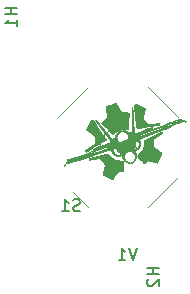
<source format=gbr>
%TF.GenerationSoftware,KiCad,Pcbnew,7.0.1*%
%TF.CreationDate,2024-04-03T18:52:35-06:00*%
%TF.ProjectId,HOTAS_Hat Switch Breakout,484f5441-535f-4486-9174-205377697463,rev?*%
%TF.SameCoordinates,Original*%
%TF.FileFunction,Legend,Bot*%
%TF.FilePolarity,Positive*%
%FSLAX46Y46*%
G04 Gerber Fmt 4.6, Leading zero omitted, Abs format (unit mm)*
G04 Created by KiCad (PCBNEW 7.0.1) date 2024-04-03 18:52:35*
%MOMM*%
%LPD*%
G01*
G04 APERTURE LIST*
%ADD10C,0.150000*%
%ADD11C,0.120000*%
%ADD12C,0.010000*%
%ADD13C,1.900000*%
%ADD14C,3.100000*%
G04 APERTURE END LIST*
D10*
X1571523Y-8606619D02*
X1238190Y-9606619D01*
X1238190Y-9606619D02*
X904857Y-8606619D01*
X47714Y-9606619D02*
X619142Y-9606619D01*
X333428Y-9606619D02*
X333428Y-8606619D01*
X333428Y-8606619D02*
X428666Y-8749476D01*
X428666Y-8749476D02*
X523904Y-8844714D01*
X523904Y-8844714D02*
X619142Y-8892333D01*
%TO.C,S1*%
X-3238096Y-5415000D02*
X-3380953Y-5462619D01*
X-3380953Y-5462619D02*
X-3619048Y-5462619D01*
X-3619048Y-5462619D02*
X-3714286Y-5415000D01*
X-3714286Y-5415000D02*
X-3761905Y-5367380D01*
X-3761905Y-5367380D02*
X-3809524Y-5272142D01*
X-3809524Y-5272142D02*
X-3809524Y-5176904D01*
X-3809524Y-5176904D02*
X-3761905Y-5081666D01*
X-3761905Y-5081666D02*
X-3714286Y-5034047D01*
X-3714286Y-5034047D02*
X-3619048Y-4986428D01*
X-3619048Y-4986428D02*
X-3428572Y-4938809D01*
X-3428572Y-4938809D02*
X-3333334Y-4891190D01*
X-3333334Y-4891190D02*
X-3285715Y-4843571D01*
X-3285715Y-4843571D02*
X-3238096Y-4748333D01*
X-3238096Y-4748333D02*
X-3238096Y-4653095D01*
X-3238096Y-4653095D02*
X-3285715Y-4557857D01*
X-3285715Y-4557857D02*
X-3333334Y-4510238D01*
X-3333334Y-4510238D02*
X-3428572Y-4462619D01*
X-3428572Y-4462619D02*
X-3666667Y-4462619D01*
X-3666667Y-4462619D02*
X-3809524Y-4510238D01*
X-4761905Y-5462619D02*
X-4190477Y-5462619D01*
X-4476191Y-5462619D02*
X-4476191Y-4462619D01*
X-4476191Y-4462619D02*
X-4380953Y-4605476D01*
X-4380953Y-4605476D02*
X-4285715Y-4700714D01*
X-4285715Y-4700714D02*
X-4190477Y-4748333D01*
%TO.C,H2*%
X3462619Y-10238095D02*
X2462619Y-10238095D01*
X2938809Y-10238095D02*
X2938809Y-10809523D01*
X3462619Y-10809523D02*
X2462619Y-10809523D01*
X2557857Y-11238095D02*
X2510238Y-11285714D01*
X2510238Y-11285714D02*
X2462619Y-11380952D01*
X2462619Y-11380952D02*
X2462619Y-11619047D01*
X2462619Y-11619047D02*
X2510238Y-11714285D01*
X2510238Y-11714285D02*
X2557857Y-11761904D01*
X2557857Y-11761904D02*
X2653095Y-11809523D01*
X2653095Y-11809523D02*
X2748333Y-11809523D01*
X2748333Y-11809523D02*
X2891190Y-11761904D01*
X2891190Y-11761904D02*
X3462619Y-11190476D01*
X3462619Y-11190476D02*
X3462619Y-11809523D01*
%TO.C,H1*%
X-8537381Y11761905D02*
X-9537381Y11761905D01*
X-9061191Y11761905D02*
X-9061191Y11190477D01*
X-8537381Y11190477D02*
X-9537381Y11190477D01*
X-8537381Y10190477D02*
X-8537381Y10761905D01*
X-8537381Y10476191D02*
X-9537381Y10476191D01*
X-9537381Y10476191D02*
X-9394524Y10571429D01*
X-9394524Y10571429D02*
X-9299286Y10666667D01*
X-9299286Y10666667D02*
X-9251667Y10761905D01*
D11*
%TO.C,S1*%
X-5080000Y2540000D02*
X-2540000Y5080000D01*
X-2540000Y-5080000D02*
X-3810000Y-3810000D01*
X1500000Y0D02*
X-1500000Y0D01*
X2540000Y5080000D02*
X5080000Y2540000D01*
X5080000Y-2540000D02*
X2540000Y-5080000D01*
X1500000Y0D02*
G75*
G03*
X-1500000Y0I-1500000J0D01*
G01*
%TO.C,G\u002A\u002A\u002A*%
D12*
X-2283076Y2242350D02*
X-2268412Y2239845D01*
X-2248036Y2235661D01*
X-2223112Y2230048D01*
X-2194806Y2223260D01*
X-2164286Y2215545D01*
X-2048654Y2185584D01*
X-1574986Y1432171D01*
X-1573292Y1429476D01*
X-1516464Y1339094D01*
X-1463954Y1255598D01*
X-1415583Y1178709D01*
X-1371176Y1108147D01*
X-1330555Y1043632D01*
X-1293543Y984888D01*
X-1259963Y931634D01*
X-1229639Y883590D01*
X-1202392Y840479D01*
X-1178048Y802021D01*
X-1156428Y767938D01*
X-1137355Y737949D01*
X-1120652Y711776D01*
X-1106142Y689142D01*
X-1093649Y669764D01*
X-1082996Y653367D01*
X-1074005Y639669D01*
X-1066499Y628392D01*
X-1060302Y619257D01*
X-1055236Y611986D01*
X-1051125Y606299D01*
X-1048865Y601907D01*
X-1050047Y597216D01*
X-1055970Y590885D01*
X-1067715Y581284D01*
X-1068672Y580582D01*
X-1077006Y575227D01*
X-1092095Y566076D01*
X-1113438Y553417D01*
X-1140537Y537538D01*
X-1172892Y518728D01*
X-1210003Y497274D01*
X-1251369Y473466D01*
X-1296494Y447590D01*
X-1344875Y419937D01*
X-1396014Y390793D01*
X-1449411Y360448D01*
X-1504567Y329188D01*
X-1509944Y326146D01*
X-1566124Y294329D01*
X-1621241Y263084D01*
X-1674722Y232734D01*
X-1725991Y203607D01*
X-1774477Y176031D01*
X-1819605Y150333D01*
X-1860803Y126837D01*
X-1897495Y105874D01*
X-1929111Y87765D01*
X-1955075Y72842D01*
X-1974814Y61431D01*
X-1987755Y53856D01*
X-2003920Y44203D01*
X-2044723Y19352D01*
X-2090258Y-9018D01*
X-2140834Y-41105D01*
X-2196760Y-77109D01*
X-2258345Y-117229D01*
X-2325896Y-161666D01*
X-2399725Y-210619D01*
X-2480138Y-264286D01*
X-2517583Y-289311D01*
X-2553909Y-313517D01*
X-2587693Y-335956D01*
X-2618292Y-356209D01*
X-2645069Y-373851D01*
X-2667381Y-388461D01*
X-2684587Y-399617D01*
X-2696046Y-406897D01*
X-2701118Y-409877D01*
X-2710177Y-413634D01*
X-2758304Y-273625D01*
X-2750680Y-257439D01*
X-2750596Y-257263D01*
X-2749227Y-254551D01*
X-2747473Y-251834D01*
X-2744906Y-248845D01*
X-2741091Y-245314D01*
X-2735599Y-240973D01*
X-2727994Y-235554D01*
X-2717849Y-228788D01*
X-2704728Y-220406D01*
X-2688202Y-210141D01*
X-2667838Y-197723D01*
X-2643202Y-182884D01*
X-2613866Y-165357D01*
X-2579395Y-144872D01*
X-2539358Y-121160D01*
X-2493324Y-93954D01*
X-2440860Y-62985D01*
X-2381536Y-27984D01*
X-2354237Y-11868D01*
X-2304304Y17676D01*
X-2256602Y45981D01*
X-2211638Y72742D01*
X-2169920Y97656D01*
X-2131955Y120417D01*
X-2098249Y140719D01*
X-2069310Y158259D01*
X-2045643Y172730D01*
X-2027756Y183829D01*
X-2016157Y191251D01*
X-2011351Y194689D01*
X-2004479Y204271D01*
X-1998472Y216923D01*
X-1998440Y217028D01*
X-1997610Y223357D01*
X-1996390Y237301D01*
X-1994826Y258058D01*
X-1992964Y284830D01*
X-1990848Y316817D01*
X-1988527Y353219D01*
X-1986044Y393236D01*
X-1983448Y436069D01*
X-1980782Y480919D01*
X-1978094Y526984D01*
X-1975428Y573466D01*
X-1972830Y619566D01*
X-1970348Y664483D01*
X-1968026Y707416D01*
X-1965910Y747568D01*
X-1964046Y784139D01*
X-1962481Y816328D01*
X-1961261Y843335D01*
X-1960429Y864362D01*
X-1960035Y878608D01*
X-1960121Y885274D01*
X-1960174Y885641D01*
X-1963514Y896027D01*
X-1969507Y907502D01*
X-1972541Y910530D01*
X-1982401Y918635D01*
X-1998656Y931222D01*
X-2021006Y948071D01*
X-2049148Y968962D01*
X-2082783Y993672D01*
X-2121609Y1021983D01*
X-2165327Y1053672D01*
X-2213634Y1088520D01*
X-2266231Y1126304D01*
X-2322816Y1166806D01*
X-2387452Y1213064D01*
X-2446002Y1255125D01*
X-2498020Y1292667D01*
X-2543454Y1325650D01*
X-2582251Y1354039D01*
X-2614358Y1377792D01*
X-2639724Y1396871D01*
X-2658292Y1411238D01*
X-2670013Y1420852D01*
X-2674832Y1425675D01*
X-2678548Y1435097D01*
X-2679755Y1451683D01*
X-2679692Y1452031D01*
X-2677169Y1459282D01*
X-2671356Y1473367D01*
X-2662550Y1493653D01*
X-2651051Y1519510D01*
X-2637151Y1550306D01*
X-2621150Y1585410D01*
X-2603345Y1624188D01*
X-2584031Y1666013D01*
X-2563505Y1710248D01*
X-2542065Y1756266D01*
X-2520007Y1803433D01*
X-2497629Y1851119D01*
X-2475227Y1898691D01*
X-2453097Y1945518D01*
X-2431537Y1990968D01*
X-2410844Y2034410D01*
X-2391314Y2075213D01*
X-2373244Y2112745D01*
X-2356931Y2146374D01*
X-2342672Y2175468D01*
X-2330764Y2199397D01*
X-2321504Y2217528D01*
X-2315187Y2229231D01*
X-2312113Y2233873D01*
X-2303872Y2238320D01*
X-2291247Y2242861D01*
X-2290859Y2242926D01*
X-2283076Y2242350D01*
G36*
X-2283076Y2242350D02*
G01*
X-2268412Y2239845D01*
X-2248036Y2235661D01*
X-2223112Y2230048D01*
X-2194806Y2223260D01*
X-2164286Y2215545D01*
X-2048654Y2185584D01*
X-1574986Y1432171D01*
X-1573292Y1429476D01*
X-1516464Y1339094D01*
X-1463954Y1255598D01*
X-1415583Y1178709D01*
X-1371176Y1108147D01*
X-1330555Y1043632D01*
X-1293543Y984888D01*
X-1259963Y931634D01*
X-1229639Y883590D01*
X-1202392Y840479D01*
X-1178048Y802021D01*
X-1156428Y767938D01*
X-1137355Y737949D01*
X-1120652Y711776D01*
X-1106142Y689142D01*
X-1093649Y669764D01*
X-1082996Y653367D01*
X-1074005Y639669D01*
X-1066499Y628392D01*
X-1060302Y619257D01*
X-1055236Y611986D01*
X-1051125Y606299D01*
X-1048865Y601907D01*
X-1050047Y597216D01*
X-1055970Y590885D01*
X-1067715Y581284D01*
X-1068672Y580582D01*
X-1077006Y575227D01*
X-1092095Y566076D01*
X-1113438Y553417D01*
X-1140537Y537538D01*
X-1172892Y518728D01*
X-1210003Y497274D01*
X-1251369Y473466D01*
X-1296494Y447590D01*
X-1344875Y419937D01*
X-1396014Y390793D01*
X-1449411Y360448D01*
X-1504567Y329188D01*
X-1509944Y326146D01*
X-1566124Y294329D01*
X-1621241Y263084D01*
X-1674722Y232734D01*
X-1725991Y203607D01*
X-1774477Y176031D01*
X-1819605Y150333D01*
X-1860803Y126837D01*
X-1897495Y105874D01*
X-1929111Y87765D01*
X-1955075Y72842D01*
X-1974814Y61431D01*
X-1987755Y53856D01*
X-2003920Y44203D01*
X-2044723Y19352D01*
X-2090258Y-9018D01*
X-2140834Y-41105D01*
X-2196760Y-77109D01*
X-2258345Y-117229D01*
X-2325896Y-161666D01*
X-2399725Y-210619D01*
X-2480138Y-264286D01*
X-2517583Y-289311D01*
X-2553909Y-313517D01*
X-2587693Y-335956D01*
X-2618292Y-356209D01*
X-2645069Y-373851D01*
X-2667381Y-388461D01*
X-2684587Y-399617D01*
X-2696046Y-406897D01*
X-2701118Y-409877D01*
X-2710177Y-413634D01*
X-2758304Y-273625D01*
X-2750680Y-257439D01*
X-2750596Y-257263D01*
X-2749227Y-254551D01*
X-2747473Y-251834D01*
X-2744906Y-248845D01*
X-2741091Y-245314D01*
X-2735599Y-240973D01*
X-2727994Y-235554D01*
X-2717849Y-228788D01*
X-2704728Y-220406D01*
X-2688202Y-210141D01*
X-2667838Y-197723D01*
X-2643202Y-182884D01*
X-2613866Y-165357D01*
X-2579395Y-144872D01*
X-2539358Y-121160D01*
X-2493324Y-93954D01*
X-2440860Y-62985D01*
X-2381536Y-27984D01*
X-2354237Y-11868D01*
X-2304304Y17676D01*
X-2256602Y45981D01*
X-2211638Y72742D01*
X-2169920Y97656D01*
X-2131955Y120417D01*
X-2098249Y140719D01*
X-2069310Y158259D01*
X-2045643Y172730D01*
X-2027756Y183829D01*
X-2016157Y191251D01*
X-2011351Y194689D01*
X-2004479Y204271D01*
X-1998472Y216923D01*
X-1998440Y217028D01*
X-1997610Y223357D01*
X-1996390Y237301D01*
X-1994826Y258058D01*
X-1992964Y284830D01*
X-1990848Y316817D01*
X-1988527Y353219D01*
X-1986044Y393236D01*
X-1983448Y436069D01*
X-1980782Y480919D01*
X-1978094Y526984D01*
X-1975428Y573466D01*
X-1972830Y619566D01*
X-1970348Y664483D01*
X-1968026Y707416D01*
X-1965910Y747568D01*
X-1964046Y784139D01*
X-1962481Y816328D01*
X-1961261Y843335D01*
X-1960429Y864362D01*
X-1960035Y878608D01*
X-1960121Y885274D01*
X-1960174Y885641D01*
X-1963514Y896027D01*
X-1969507Y907502D01*
X-1972541Y910530D01*
X-1982401Y918635D01*
X-1998656Y931222D01*
X-2021006Y948071D01*
X-2049148Y968962D01*
X-2082783Y993672D01*
X-2121609Y1021983D01*
X-2165327Y1053672D01*
X-2213634Y1088520D01*
X-2266231Y1126304D01*
X-2322816Y1166806D01*
X-2387452Y1213064D01*
X-2446002Y1255125D01*
X-2498020Y1292667D01*
X-2543454Y1325650D01*
X-2582251Y1354039D01*
X-2614358Y1377792D01*
X-2639724Y1396871D01*
X-2658292Y1411238D01*
X-2670013Y1420852D01*
X-2674832Y1425675D01*
X-2678548Y1435097D01*
X-2679755Y1451683D01*
X-2679692Y1452031D01*
X-2677169Y1459282D01*
X-2671356Y1473367D01*
X-2662550Y1493653D01*
X-2651051Y1519510D01*
X-2637151Y1550306D01*
X-2621150Y1585410D01*
X-2603345Y1624188D01*
X-2584031Y1666013D01*
X-2563505Y1710248D01*
X-2542065Y1756266D01*
X-2520007Y1803433D01*
X-2497629Y1851119D01*
X-2475227Y1898691D01*
X-2453097Y1945518D01*
X-2431537Y1990968D01*
X-2410844Y2034410D01*
X-2391314Y2075213D01*
X-2373244Y2112745D01*
X-2356931Y2146374D01*
X-2342672Y2175468D01*
X-2330764Y2199397D01*
X-2321504Y2217528D01*
X-2315187Y2229231D01*
X-2312113Y2233873D01*
X-2303872Y2238320D01*
X-2291247Y2242861D01*
X-2290859Y2242926D01*
X-2283076Y2242350D01*
G37*
X1880895Y3438979D02*
X1895719Y3432070D01*
X1958594Y3402764D01*
X2014326Y3376762D01*
X2063341Y3353831D01*
X2106072Y3333739D01*
X2142948Y3316254D01*
X2174399Y3301143D01*
X2200856Y3288172D01*
X2222747Y3277110D01*
X2240502Y3267725D01*
X2254553Y3259783D01*
X2265328Y3253051D01*
X2273258Y3247298D01*
X2278772Y3242292D01*
X2282301Y3237798D01*
X2284273Y3233586D01*
X2285120Y3229421D01*
X2285271Y3225073D01*
X2285156Y3220307D01*
X2284936Y3218776D01*
X2282967Y3209664D01*
X2279080Y3193191D01*
X2273420Y3169930D01*
X2266130Y3140459D01*
X2257358Y3105357D01*
X2247247Y3065199D01*
X2235943Y3020564D01*
X2223589Y2972027D01*
X2210333Y2920165D01*
X2196319Y2865557D01*
X2181691Y2808778D01*
X2175240Y2783775D01*
X2160829Y2727818D01*
X2147067Y2674258D01*
X2134103Y2623675D01*
X2122084Y2576650D01*
X2111157Y2533760D01*
X2101469Y2495588D01*
X2093169Y2462713D01*
X2086402Y2435713D01*
X2081316Y2415171D01*
X2078060Y2401665D01*
X2076779Y2395774D01*
X2076418Y2392779D01*
X2076062Y2387316D01*
X2076448Y2381828D01*
X2077940Y2375876D01*
X2080897Y2369024D01*
X2085684Y2360831D01*
X2092660Y2350860D01*
X2102188Y2338674D01*
X2114630Y2323834D01*
X2130348Y2305901D01*
X2149703Y2284436D01*
X2173058Y2259004D01*
X2200773Y2229164D01*
X2233212Y2194479D01*
X2270735Y2154510D01*
X2313705Y2108819D01*
X2348368Y2071982D01*
X2385435Y2032621D01*
X2417464Y1998680D01*
X2444863Y1969746D01*
X2468049Y1945406D01*
X2487435Y1925248D01*
X2503433Y1908858D01*
X2516458Y1895826D01*
X2526923Y1885736D01*
X2535240Y1878179D01*
X2541824Y1872740D01*
X2547089Y1869007D01*
X2551447Y1866568D01*
X2555311Y1865009D01*
X2559096Y1863919D01*
X2561213Y1863448D01*
X2565540Y1862883D01*
X2571169Y1862690D01*
X2578604Y1862944D01*
X2588346Y1863719D01*
X2600902Y1865089D01*
X2616772Y1867129D01*
X2636461Y1869912D01*
X2660471Y1873516D01*
X2689307Y1878011D01*
X2723469Y1883475D01*
X2763464Y1889980D01*
X2809794Y1897602D01*
X2862962Y1906415D01*
X2923470Y1916493D01*
X2991824Y1927909D01*
X3052862Y1938074D01*
X3114366Y1948226D01*
X3171440Y1957550D01*
X3223648Y1965980D01*
X3270557Y1973448D01*
X3311731Y1979886D01*
X3346737Y1985224D01*
X3375136Y1989396D01*
X3396498Y1992334D01*
X3410386Y1993971D01*
X3416363Y1994236D01*
X3421454Y1992780D01*
X3428968Y1989005D01*
X3435705Y1982630D01*
X3442337Y1972562D01*
X3449528Y1957705D01*
X3457949Y1936969D01*
X3468265Y1909256D01*
X3471811Y1899467D01*
X3479798Y1876814D01*
X3485021Y1860705D01*
X3487753Y1850166D01*
X3488258Y1844218D01*
X3486810Y1841885D01*
X3485759Y1841674D01*
X3477548Y1840540D01*
X3461921Y1838598D01*
X3439590Y1835929D01*
X3411269Y1832618D01*
X3377668Y1828746D01*
X3339500Y1824394D01*
X3297478Y1819646D01*
X3252315Y1814584D01*
X3204721Y1809291D01*
X3186911Y1807317D01*
X3124845Y1800430D01*
X3068190Y1794107D01*
X3016259Y1788241D01*
X2968364Y1782727D01*
X2923820Y1777461D01*
X2881939Y1772335D01*
X2842034Y1767247D01*
X2803420Y1762090D01*
X2765408Y1756759D01*
X2727312Y1751148D01*
X2688446Y1745153D01*
X2648124Y1738667D01*
X2605656Y1731587D01*
X2560358Y1723805D01*
X2511543Y1715219D01*
X2458523Y1705720D01*
X2400612Y1695205D01*
X2337123Y1683569D01*
X2267370Y1670705D01*
X2190665Y1656509D01*
X2106323Y1640875D01*
X2082267Y1636420D01*
X2019837Y1624909D01*
X1959525Y1613858D01*
X1901898Y1603368D01*
X1847515Y1593538D01*
X1796944Y1584469D01*
X1750747Y1576260D01*
X1709488Y1569010D01*
X1673732Y1562822D01*
X1644042Y1557793D01*
X1620981Y1554024D01*
X1605114Y1551614D01*
X1597006Y1550664D01*
X1586625Y1550314D01*
X1574484Y1550751D01*
X1568278Y1552765D01*
X1566451Y1556662D01*
X1566234Y1561694D01*
X1565609Y1573764D01*
X1564773Y1588506D01*
X1564116Y1594563D01*
X1562349Y1608723D01*
X1559530Y1630491D01*
X1555712Y1659471D01*
X1550949Y1695266D01*
X1545296Y1737476D01*
X1538806Y1785706D01*
X1531534Y1839556D01*
X1523532Y1898632D01*
X1514856Y1962533D01*
X1505557Y2030861D01*
X1495691Y2103222D01*
X1485312Y2179216D01*
X1474473Y2258446D01*
X1463228Y2340514D01*
X1451631Y2425022D01*
X1439736Y2511574D01*
X1316141Y3410203D01*
X1386052Y3508702D01*
X1396168Y3522942D01*
X1414716Y3548890D01*
X1429399Y3569067D01*
X1440884Y3584276D01*
X1449840Y3595316D01*
X1456936Y3602991D01*
X1462841Y3608099D01*
X1468222Y3611446D01*
X1473748Y3613828D01*
X1491536Y3620455D01*
X1880895Y3438979D01*
G36*
X1880895Y3438979D02*
G01*
X1895719Y3432070D01*
X1958594Y3402764D01*
X2014326Y3376762D01*
X2063341Y3353831D01*
X2106072Y3333739D01*
X2142948Y3316254D01*
X2174399Y3301143D01*
X2200856Y3288172D01*
X2222747Y3277110D01*
X2240502Y3267725D01*
X2254553Y3259783D01*
X2265328Y3253051D01*
X2273258Y3247298D01*
X2278772Y3242292D01*
X2282301Y3237798D01*
X2284273Y3233586D01*
X2285120Y3229421D01*
X2285271Y3225073D01*
X2285156Y3220307D01*
X2284936Y3218776D01*
X2282967Y3209664D01*
X2279080Y3193191D01*
X2273420Y3169930D01*
X2266130Y3140459D01*
X2257358Y3105357D01*
X2247247Y3065199D01*
X2235943Y3020564D01*
X2223589Y2972027D01*
X2210333Y2920165D01*
X2196319Y2865557D01*
X2181691Y2808778D01*
X2175240Y2783775D01*
X2160829Y2727818D01*
X2147067Y2674258D01*
X2134103Y2623675D01*
X2122084Y2576650D01*
X2111157Y2533760D01*
X2101469Y2495588D01*
X2093169Y2462713D01*
X2086402Y2435713D01*
X2081316Y2415171D01*
X2078060Y2401665D01*
X2076779Y2395774D01*
X2076418Y2392779D01*
X2076062Y2387316D01*
X2076448Y2381828D01*
X2077940Y2375876D01*
X2080897Y2369024D01*
X2085684Y2360831D01*
X2092660Y2350860D01*
X2102188Y2338674D01*
X2114630Y2323834D01*
X2130348Y2305901D01*
X2149703Y2284436D01*
X2173058Y2259004D01*
X2200773Y2229164D01*
X2233212Y2194479D01*
X2270735Y2154510D01*
X2313705Y2108819D01*
X2348368Y2071982D01*
X2385435Y2032621D01*
X2417464Y1998680D01*
X2444863Y1969746D01*
X2468049Y1945406D01*
X2487435Y1925248D01*
X2503433Y1908858D01*
X2516458Y1895826D01*
X2526923Y1885736D01*
X2535240Y1878179D01*
X2541824Y1872740D01*
X2547089Y1869007D01*
X2551447Y1866568D01*
X2555311Y1865009D01*
X2559096Y1863919D01*
X2561213Y1863448D01*
X2565540Y1862883D01*
X2571169Y1862690D01*
X2578604Y1862944D01*
X2588346Y1863719D01*
X2600902Y1865089D01*
X2616772Y1867129D01*
X2636461Y1869912D01*
X2660471Y1873516D01*
X2689307Y1878011D01*
X2723469Y1883475D01*
X2763464Y1889980D01*
X2809794Y1897602D01*
X2862962Y1906415D01*
X2923470Y1916493D01*
X2991824Y1927909D01*
X3052862Y1938074D01*
X3114366Y1948226D01*
X3171440Y1957550D01*
X3223648Y1965980D01*
X3270557Y1973448D01*
X3311731Y1979886D01*
X3346737Y1985224D01*
X3375136Y1989396D01*
X3396498Y1992334D01*
X3410386Y1993971D01*
X3416363Y1994236D01*
X3421454Y1992780D01*
X3428968Y1989005D01*
X3435705Y1982630D01*
X3442337Y1972562D01*
X3449528Y1957705D01*
X3457949Y1936969D01*
X3468265Y1909256D01*
X3471811Y1899467D01*
X3479798Y1876814D01*
X3485021Y1860705D01*
X3487753Y1850166D01*
X3488258Y1844218D01*
X3486810Y1841885D01*
X3485759Y1841674D01*
X3477548Y1840540D01*
X3461921Y1838598D01*
X3439590Y1835929D01*
X3411269Y1832618D01*
X3377668Y1828746D01*
X3339500Y1824394D01*
X3297478Y1819646D01*
X3252315Y1814584D01*
X3204721Y1809291D01*
X3186911Y1807317D01*
X3124845Y1800430D01*
X3068190Y1794107D01*
X3016259Y1788241D01*
X2968364Y1782727D01*
X2923820Y1777461D01*
X2881939Y1772335D01*
X2842034Y1767247D01*
X2803420Y1762090D01*
X2765408Y1756759D01*
X2727312Y1751148D01*
X2688446Y1745153D01*
X2648124Y1738667D01*
X2605656Y1731587D01*
X2560358Y1723805D01*
X2511543Y1715219D01*
X2458523Y1705720D01*
X2400612Y1695205D01*
X2337123Y1683569D01*
X2267370Y1670705D01*
X2190665Y1656509D01*
X2106323Y1640875D01*
X2082267Y1636420D01*
X2019837Y1624909D01*
X1959525Y1613858D01*
X1901898Y1603368D01*
X1847515Y1593538D01*
X1796944Y1584469D01*
X1750747Y1576260D01*
X1709488Y1569010D01*
X1673732Y1562822D01*
X1644042Y1557793D01*
X1620981Y1554024D01*
X1605114Y1551614D01*
X1597006Y1550664D01*
X1586625Y1550314D01*
X1574484Y1550751D01*
X1568278Y1552765D01*
X1566451Y1556662D01*
X1566234Y1561694D01*
X1565609Y1573764D01*
X1564773Y1588506D01*
X1564116Y1594563D01*
X1562349Y1608723D01*
X1559530Y1630491D01*
X1555712Y1659471D01*
X1550949Y1695266D01*
X1545296Y1737476D01*
X1538806Y1785706D01*
X1531534Y1839556D01*
X1523532Y1898632D01*
X1514856Y1962533D01*
X1505557Y2030861D01*
X1495691Y2103222D01*
X1485312Y2179216D01*
X1474473Y2258446D01*
X1463228Y2340514D01*
X1451631Y2425022D01*
X1439736Y2511574D01*
X1316141Y3410203D01*
X1386052Y3508702D01*
X1396168Y3522942D01*
X1414716Y3548890D01*
X1429399Y3569067D01*
X1440884Y3584276D01*
X1449840Y3595316D01*
X1456936Y3602991D01*
X1462841Y3608099D01*
X1468222Y3611446D01*
X1473748Y3613828D01*
X1491536Y3620455D01*
X1880895Y3438979D01*
G37*
X-217492Y3690960D02*
X-213626Y3689962D01*
X-210596Y3688309D01*
X-207935Y3686150D01*
X-205178Y3683629D01*
X-203545Y3681371D01*
X-197744Y3672248D01*
X-188155Y3656660D01*
X-175074Y3635101D01*
X-158798Y3608066D01*
X-139622Y3576052D01*
X-117842Y3539553D01*
X-93755Y3499067D01*
X-67658Y3455088D01*
X-39845Y3408113D01*
X-10614Y3358636D01*
X19741Y3307154D01*
X52066Y3252350D01*
X85068Y3196575D01*
X115692Y3145009D01*
X143727Y3097996D01*
X168967Y3055883D01*
X191203Y3019014D01*
X210226Y2987736D01*
X225827Y2962395D01*
X237797Y2943336D01*
X245929Y2930904D01*
X250015Y2925448D01*
X250819Y2924718D01*
X263524Y2916106D01*
X277096Y2910504D01*
X282203Y2909869D01*
X295454Y2908860D01*
X315855Y2907603D01*
X342699Y2906134D01*
X375278Y2904485D01*
X412882Y2902692D01*
X454803Y2900789D01*
X500333Y2898811D01*
X548763Y2896793D01*
X599384Y2894770D01*
X611920Y2894275D01*
X669538Y2891922D01*
X721890Y2889640D01*
X768574Y2887453D01*
X809195Y2885383D01*
X843349Y2883452D01*
X870640Y2881683D01*
X890666Y2880098D01*
X903028Y2878719D01*
X907326Y2877569D01*
X907271Y2875555D01*
X906766Y2865748D01*
X905777Y2848229D01*
X904329Y2823452D01*
X902451Y2791871D01*
X900170Y2753938D01*
X897515Y2710108D01*
X894512Y2660833D01*
X891189Y2606569D01*
X887574Y2547767D01*
X883695Y2484881D01*
X879579Y2418366D01*
X875254Y2348675D01*
X870749Y2276261D01*
X866089Y2201578D01*
X863097Y2153793D01*
X858486Y2080604D01*
X854007Y2010016D01*
X849689Y1942478D01*
X845563Y1878440D01*
X841658Y1818354D01*
X838003Y1762669D01*
X834630Y1711835D01*
X831566Y1666301D01*
X828845Y1626519D01*
X826494Y1592937D01*
X824543Y1566005D01*
X823023Y1546174D01*
X821963Y1533894D01*
X821394Y1529616D01*
X818249Y1529183D01*
X807766Y1528296D01*
X791387Y1527132D01*
X770554Y1525794D01*
X746713Y1524383D01*
X702290Y1521458D01*
X638743Y1516065D01*
X573638Y1509277D01*
X508644Y1501318D01*
X445434Y1492412D01*
X385678Y1482783D01*
X331047Y1472653D01*
X283212Y1462249D01*
X266900Y1458037D01*
X236042Y1448930D01*
X200653Y1437418D01*
X162313Y1424098D01*
X122605Y1409569D01*
X83111Y1394428D01*
X45414Y1379274D01*
X11095Y1364705D01*
X-18262Y1351316D01*
X-41077Y1339708D01*
X-79544Y1317845D01*
X-133194Y1285797D01*
X-190009Y1250344D01*
X-248165Y1212672D01*
X-305832Y1173970D01*
X-361183Y1135425D01*
X-412392Y1098228D01*
X-423504Y1089995D01*
X-440685Y1077570D01*
X-452791Y1069436D01*
X-460870Y1064972D01*
X-465970Y1063557D01*
X-469138Y1064571D01*
X-470677Y1066065D01*
X-477728Y1073195D01*
X-490153Y1085876D01*
X-507633Y1103780D01*
X-529850Y1126580D01*
X-556488Y1153949D01*
X-587227Y1185559D01*
X-621750Y1221085D01*
X-659740Y1260198D01*
X-700879Y1302572D01*
X-744847Y1347880D01*
X-791330Y1395794D01*
X-840007Y1445989D01*
X-890562Y1498135D01*
X-942677Y1551907D01*
X-955518Y1565158D01*
X-1017602Y1629256D01*
X-1074054Y1687587D01*
X-1125110Y1740400D01*
X-1171003Y1787940D01*
X-1211968Y1830457D01*
X-1248240Y1868195D01*
X-1280052Y1901403D01*
X-1307641Y1930328D01*
X-1331237Y1955215D01*
X-1351079Y1976314D01*
X-1367399Y1993870D01*
X-1380430Y2008131D01*
X-1390410Y2019343D01*
X-1397571Y2027756D01*
X-1402147Y2033613D01*
X-1404374Y2037163D01*
X-1404486Y2038653D01*
X-1401265Y2041099D01*
X-1391847Y2049063D01*
X-1377342Y2061767D01*
X-1358349Y2078662D01*
X-1335466Y2099199D01*
X-1309290Y2122830D01*
X-1280420Y2149007D01*
X-1249453Y2177179D01*
X-1216987Y2206801D01*
X-1183622Y2237322D01*
X-1149954Y2268194D01*
X-1116582Y2298868D01*
X-1084103Y2328797D01*
X-1053116Y2357431D01*
X-1024219Y2384222D01*
X-998010Y2408620D01*
X-975086Y2430079D01*
X-956047Y2448048D01*
X-941488Y2461981D01*
X-932010Y2471327D01*
X-928211Y2475539D01*
X-923658Y2486660D01*
X-920335Y2500046D01*
X-920481Y2502988D01*
X-921809Y2514015D01*
X-924394Y2532434D01*
X-928142Y2557668D01*
X-932965Y2589140D01*
X-938770Y2626271D01*
X-945466Y2668484D01*
X-952962Y2715204D01*
X-961167Y2765850D01*
X-969987Y2819847D01*
X-979336Y2876616D01*
X-989119Y2935580D01*
X-995635Y2974769D01*
X-1005154Y3032287D01*
X-1014193Y3087201D01*
X-1022659Y3138936D01*
X-1030459Y3186919D01*
X-1037503Y3230573D01*
X-1043697Y3269324D01*
X-1048950Y3302599D01*
X-1053168Y3329823D01*
X-1056260Y3350420D01*
X-1058135Y3363816D01*
X-1058700Y3369438D01*
X-1055637Y3379992D01*
X-1049039Y3391043D01*
X-1047549Y3392593D01*
X-1044763Y3394721D01*
X-1040500Y3397253D01*
X-1034296Y3400365D01*
X-1025687Y3404236D01*
X-1014211Y3409042D01*
X-999404Y3414960D01*
X-980803Y3422167D01*
X-957946Y3430840D01*
X-930370Y3441156D01*
X-897611Y3453292D01*
X-859206Y3467426D01*
X-814691Y3483733D01*
X-763605Y3502392D01*
X-705485Y3523579D01*
X-639866Y3547471D01*
X-620432Y3554544D01*
X-555912Y3578029D01*
X-498757Y3598816D01*
X-448497Y3617050D01*
X-404670Y3632878D01*
X-366805Y3646446D01*
X-334439Y3657901D01*
X-307105Y3667386D01*
X-284337Y3675052D01*
X-265667Y3681041D01*
X-250632Y3685500D01*
X-238762Y3688575D01*
X-229593Y3690413D01*
X-222658Y3691159D01*
X-217492Y3690960D01*
G36*
X-217492Y3690960D02*
G01*
X-213626Y3689962D01*
X-210596Y3688309D01*
X-207935Y3686150D01*
X-205178Y3683629D01*
X-203545Y3681371D01*
X-197744Y3672248D01*
X-188155Y3656660D01*
X-175074Y3635101D01*
X-158798Y3608066D01*
X-139622Y3576052D01*
X-117842Y3539553D01*
X-93755Y3499067D01*
X-67658Y3455088D01*
X-39845Y3408113D01*
X-10614Y3358636D01*
X19741Y3307154D01*
X52066Y3252350D01*
X85068Y3196575D01*
X115692Y3145009D01*
X143727Y3097996D01*
X168967Y3055883D01*
X191203Y3019014D01*
X210226Y2987736D01*
X225827Y2962395D01*
X237797Y2943336D01*
X245929Y2930904D01*
X250015Y2925448D01*
X250819Y2924718D01*
X263524Y2916106D01*
X277096Y2910504D01*
X282203Y2909869D01*
X295454Y2908860D01*
X315855Y2907603D01*
X342699Y2906134D01*
X375278Y2904485D01*
X412882Y2902692D01*
X454803Y2900789D01*
X500333Y2898811D01*
X548763Y2896793D01*
X599384Y2894770D01*
X611920Y2894275D01*
X669538Y2891922D01*
X721890Y2889640D01*
X768574Y2887453D01*
X809195Y2885383D01*
X843349Y2883452D01*
X870640Y2881683D01*
X890666Y2880098D01*
X903028Y2878719D01*
X907326Y2877569D01*
X907271Y2875555D01*
X906766Y2865748D01*
X905777Y2848229D01*
X904329Y2823452D01*
X902451Y2791871D01*
X900170Y2753938D01*
X897515Y2710108D01*
X894512Y2660833D01*
X891189Y2606569D01*
X887574Y2547767D01*
X883695Y2484881D01*
X879579Y2418366D01*
X875254Y2348675D01*
X870749Y2276261D01*
X866089Y2201578D01*
X863097Y2153793D01*
X858486Y2080604D01*
X854007Y2010016D01*
X849689Y1942478D01*
X845563Y1878440D01*
X841658Y1818354D01*
X838003Y1762669D01*
X834630Y1711835D01*
X831566Y1666301D01*
X828845Y1626519D01*
X826494Y1592937D01*
X824543Y1566005D01*
X823023Y1546174D01*
X821963Y1533894D01*
X821394Y1529616D01*
X818249Y1529183D01*
X807766Y1528296D01*
X791387Y1527132D01*
X770554Y1525794D01*
X746713Y1524383D01*
X702290Y1521458D01*
X638743Y1516065D01*
X573638Y1509277D01*
X508644Y1501318D01*
X445434Y1492412D01*
X385678Y1482783D01*
X331047Y1472653D01*
X283212Y1462249D01*
X266900Y1458037D01*
X236042Y1448930D01*
X200653Y1437418D01*
X162313Y1424098D01*
X122605Y1409569D01*
X83111Y1394428D01*
X45414Y1379274D01*
X11095Y1364705D01*
X-18262Y1351316D01*
X-41077Y1339708D01*
X-79544Y1317845D01*
X-133194Y1285797D01*
X-190009Y1250344D01*
X-248165Y1212672D01*
X-305832Y1173970D01*
X-361183Y1135425D01*
X-412392Y1098228D01*
X-423504Y1089995D01*
X-440685Y1077570D01*
X-452791Y1069436D01*
X-460870Y1064972D01*
X-465970Y1063557D01*
X-469138Y1064571D01*
X-470677Y1066065D01*
X-477728Y1073195D01*
X-490153Y1085876D01*
X-507633Y1103780D01*
X-529850Y1126580D01*
X-556488Y1153949D01*
X-587227Y1185559D01*
X-621750Y1221085D01*
X-659740Y1260198D01*
X-700879Y1302572D01*
X-744847Y1347880D01*
X-791330Y1395794D01*
X-840007Y1445989D01*
X-890562Y1498135D01*
X-942677Y1551907D01*
X-955518Y1565158D01*
X-1017602Y1629256D01*
X-1074054Y1687587D01*
X-1125110Y1740400D01*
X-1171003Y1787940D01*
X-1211968Y1830457D01*
X-1248240Y1868195D01*
X-1280052Y1901403D01*
X-1307641Y1930328D01*
X-1331237Y1955215D01*
X-1351079Y1976314D01*
X-1367399Y1993870D01*
X-1380430Y2008131D01*
X-1390410Y2019343D01*
X-1397571Y2027756D01*
X-1402147Y2033613D01*
X-1404374Y2037163D01*
X-1404486Y2038653D01*
X-1401265Y2041099D01*
X-1391847Y2049063D01*
X-1377342Y2061767D01*
X-1358349Y2078662D01*
X-1335466Y2099199D01*
X-1309290Y2122830D01*
X-1280420Y2149007D01*
X-1249453Y2177179D01*
X-1216987Y2206801D01*
X-1183622Y2237322D01*
X-1149954Y2268194D01*
X-1116582Y2298868D01*
X-1084103Y2328797D01*
X-1053116Y2357431D01*
X-1024219Y2384222D01*
X-998010Y2408620D01*
X-975086Y2430079D01*
X-956047Y2448048D01*
X-941488Y2461981D01*
X-932010Y2471327D01*
X-928211Y2475539D01*
X-923658Y2486660D01*
X-920335Y2500046D01*
X-920481Y2502988D01*
X-921809Y2514015D01*
X-924394Y2532434D01*
X-928142Y2557668D01*
X-932965Y2589140D01*
X-938770Y2626271D01*
X-945466Y2668484D01*
X-952962Y2715204D01*
X-961167Y2765850D01*
X-969987Y2819847D01*
X-979336Y2876616D01*
X-989119Y2935580D01*
X-995635Y2974769D01*
X-1005154Y3032287D01*
X-1014193Y3087201D01*
X-1022659Y3138936D01*
X-1030459Y3186919D01*
X-1037503Y3230573D01*
X-1043697Y3269324D01*
X-1048950Y3302599D01*
X-1053168Y3329823D01*
X-1056260Y3350420D01*
X-1058135Y3363816D01*
X-1058700Y3369438D01*
X-1055637Y3379992D01*
X-1049039Y3391043D01*
X-1047549Y3392593D01*
X-1044763Y3394721D01*
X-1040500Y3397253D01*
X-1034296Y3400365D01*
X-1025687Y3404236D01*
X-1014211Y3409042D01*
X-999404Y3414960D01*
X-980803Y3422167D01*
X-957946Y3430840D01*
X-930370Y3441156D01*
X-897611Y3453292D01*
X-859206Y3467426D01*
X-814691Y3483733D01*
X-763605Y3502392D01*
X-705485Y3523579D01*
X-639866Y3547471D01*
X-620432Y3554544D01*
X-555912Y3578029D01*
X-498757Y3598816D01*
X-448497Y3617050D01*
X-404670Y3632878D01*
X-366805Y3646446D01*
X-334439Y3657901D01*
X-307105Y3667386D01*
X-284337Y3675052D01*
X-265667Y3681041D01*
X-250632Y3685500D01*
X-238762Y3688575D01*
X-229593Y3690413D01*
X-222658Y3691159D01*
X-217492Y3690960D01*
G37*
X3696988Y1272030D02*
X3700149Y1268242D01*
X3704040Y1260158D01*
X3709360Y1246551D01*
X3716813Y1226195D01*
X3722203Y1210994D01*
X3728705Y1190453D01*
X3732018Y1175089D01*
X3732291Y1163290D01*
X3729668Y1153441D01*
X3724298Y1143927D01*
X3723751Y1143271D01*
X3718821Y1139219D01*
X3709114Y1132483D01*
X3694375Y1122908D01*
X3674349Y1110337D01*
X3648780Y1094618D01*
X3617412Y1075594D01*
X3579990Y1053110D01*
X3536259Y1027012D01*
X3485963Y997143D01*
X3428846Y963349D01*
X3364655Y925474D01*
X3344567Y913630D01*
X3295141Y884451D01*
X3247941Y856530D01*
X3203474Y830171D01*
X3162247Y805678D01*
X3124769Y783352D01*
X3091546Y763498D01*
X3063085Y746416D01*
X3039895Y732412D01*
X3022481Y721789D01*
X3011353Y714848D01*
X3007017Y711894D01*
X3006312Y711036D01*
X3001157Y702294D01*
X2996087Y690607D01*
X2995397Y686916D01*
X2994241Y674943D01*
X2992934Y655859D01*
X2991503Y630443D01*
X2989970Y599472D01*
X2988363Y563726D01*
X2986705Y523984D01*
X2985023Y481023D01*
X2983341Y435622D01*
X2981685Y388560D01*
X2980080Y340615D01*
X2978551Y292565D01*
X2977123Y245190D01*
X2975822Y199268D01*
X2974672Y155576D01*
X2973700Y114895D01*
X2972930Y78001D01*
X2972387Y45675D01*
X2972096Y18693D01*
X2972084Y-2164D01*
X2972375Y-16120D01*
X2972994Y-22394D01*
X2978752Y-33270D01*
X2987084Y-44169D01*
X2987299Y-44386D01*
X2993013Y-49038D01*
X3005012Y-58148D01*
X3022741Y-71310D01*
X3045644Y-88119D01*
X3073163Y-108173D01*
X3104744Y-131066D01*
X3139828Y-156395D01*
X3177861Y-183754D01*
X3218287Y-212740D01*
X3260549Y-242949D01*
X3299300Y-270609D01*
X3342747Y-301636D01*
X3384989Y-331812D01*
X3425312Y-360631D01*
X3463009Y-387584D01*
X3497366Y-412162D01*
X3527673Y-433857D01*
X3553220Y-452162D01*
X3573296Y-466567D01*
X3587190Y-476563D01*
X3590255Y-478777D01*
X3614272Y-496430D01*
X3632139Y-510449D01*
X3644663Y-521785D01*
X3652654Y-531389D01*
X3656919Y-540214D01*
X3658268Y-549210D01*
X3657507Y-559329D01*
X3657501Y-559369D01*
X3655415Y-565047D01*
X3650015Y-577727D01*
X3641598Y-596771D01*
X3630462Y-621540D01*
X3616906Y-651395D01*
X3601226Y-685697D01*
X3583722Y-723809D01*
X3564690Y-765090D01*
X3544429Y-808903D01*
X3523235Y-854607D01*
X3501409Y-901567D01*
X3479246Y-949142D01*
X3457046Y-996693D01*
X3435105Y-1043582D01*
X3413722Y-1089171D01*
X3393195Y-1132819D01*
X3373821Y-1173890D01*
X3355898Y-1211744D01*
X3339724Y-1245742D01*
X3325597Y-1275246D01*
X3313816Y-1299617D01*
X3304677Y-1318217D01*
X3298479Y-1330406D01*
X3295519Y-1335545D01*
X3294850Y-1336301D01*
X3291902Y-1339501D01*
X3288776Y-1342185D01*
X3284971Y-1344254D01*
X3279986Y-1345609D01*
X3273320Y-1346148D01*
X3264469Y-1345775D01*
X3252934Y-1344386D01*
X3238215Y-1341884D01*
X3219807Y-1338169D01*
X3197212Y-1333141D01*
X3169926Y-1326700D01*
X3137449Y-1318746D01*
X3099280Y-1309179D01*
X3054918Y-1297900D01*
X3003859Y-1284809D01*
X2945604Y-1269806D01*
X2879652Y-1252792D01*
X2867035Y-1249538D01*
X2811823Y-1235330D01*
X2758937Y-1221773D01*
X2708962Y-1209012D01*
X2662488Y-1197197D01*
X2620100Y-1186475D01*
X2582386Y-1176993D01*
X2549932Y-1168899D01*
X2523326Y-1162341D01*
X2503154Y-1157466D01*
X2490003Y-1154424D01*
X2484461Y-1153359D01*
X2480014Y-1153404D01*
X2473416Y-1154200D01*
X2466678Y-1156371D01*
X2459192Y-1160466D01*
X2450350Y-1167039D01*
X2439545Y-1176640D01*
X2426169Y-1189825D01*
X2409617Y-1207144D01*
X2389278Y-1229148D01*
X2364547Y-1256393D01*
X2334816Y-1289429D01*
X2326430Y-1298746D01*
X2301572Y-1326122D01*
X2278380Y-1351315D01*
X2257509Y-1373633D01*
X2239618Y-1392384D01*
X2225367Y-1406874D01*
X2215412Y-1416411D01*
X2210414Y-1420302D01*
X2201445Y-1421767D01*
X2189266Y-1420116D01*
X2188342Y-1419571D01*
X2181756Y-1413766D01*
X2169715Y-1401873D01*
X2152370Y-1384056D01*
X2129872Y-1360475D01*
X2102376Y-1331295D01*
X2070031Y-1296676D01*
X2032990Y-1256779D01*
X1991407Y-1211767D01*
X1945431Y-1161803D01*
X1895217Y-1107047D01*
X1612114Y-797879D01*
X1626492Y-782218D01*
X1630494Y-777779D01*
X1642203Y-764378D01*
X1658116Y-745804D01*
X1677695Y-722706D01*
X1700406Y-695730D01*
X1725713Y-665526D01*
X1753081Y-632741D01*
X1781973Y-598023D01*
X1811856Y-562020D01*
X1842192Y-525379D01*
X1872447Y-488750D01*
X1902085Y-452780D01*
X1930571Y-418117D01*
X1957368Y-385409D01*
X1981942Y-355303D01*
X2003757Y-328448D01*
X2022277Y-305493D01*
X2036968Y-287083D01*
X2047292Y-273868D01*
X2052715Y-266496D01*
X2053054Y-265984D01*
X2075369Y-228590D01*
X2097187Y-185592D01*
X2117718Y-139033D01*
X2136178Y-90960D01*
X2151780Y-43418D01*
X2163737Y1547D01*
X2171265Y41890D01*
X2172308Y50525D01*
X2174186Y68833D01*
X2176426Y93085D01*
X2178959Y122321D01*
X2181715Y155585D01*
X2184622Y191916D01*
X2187609Y230357D01*
X2190607Y269947D01*
X2193545Y309729D01*
X2196353Y348743D01*
X2198958Y386031D01*
X2201293Y420633D01*
X2203284Y451591D01*
X2204863Y477948D01*
X2205959Y498742D01*
X2206501Y513015D01*
X2206419Y519809D01*
X2206250Y527844D01*
X2210197Y533924D01*
X2220220Y540188D01*
X2222957Y541603D01*
X2233424Y546901D01*
X2250644Y555556D01*
X2274170Y567341D01*
X2303553Y582036D01*
X2338347Y599416D01*
X2378101Y619260D01*
X2422371Y641344D01*
X2470706Y665446D01*
X2522661Y691342D01*
X2577785Y718810D01*
X2635633Y747628D01*
X2695754Y777571D01*
X2757704Y808418D01*
X2821032Y839945D01*
X2885292Y871930D01*
X2950035Y904149D01*
X3014815Y936381D01*
X3079181Y968402D01*
X3142687Y999988D01*
X3204887Y1030919D01*
X3265330Y1060970D01*
X3323569Y1089919D01*
X3379157Y1117542D01*
X3431646Y1143618D01*
X3480586Y1167922D01*
X3525533Y1190233D01*
X3566037Y1210328D01*
X3601649Y1227983D01*
X3631924Y1242976D01*
X3656412Y1255084D01*
X3674665Y1264084D01*
X3686238Y1269753D01*
X3690678Y1271870D01*
X3693851Y1272752D01*
X3696988Y1272030D01*
G36*
X3696988Y1272030D02*
G01*
X3700149Y1268242D01*
X3704040Y1260158D01*
X3709360Y1246551D01*
X3716813Y1226195D01*
X3722203Y1210994D01*
X3728705Y1190453D01*
X3732018Y1175089D01*
X3732291Y1163290D01*
X3729668Y1153441D01*
X3724298Y1143927D01*
X3723751Y1143271D01*
X3718821Y1139219D01*
X3709114Y1132483D01*
X3694375Y1122908D01*
X3674349Y1110337D01*
X3648780Y1094618D01*
X3617412Y1075594D01*
X3579990Y1053110D01*
X3536259Y1027012D01*
X3485963Y997143D01*
X3428846Y963349D01*
X3364655Y925474D01*
X3344567Y913630D01*
X3295141Y884451D01*
X3247941Y856530D01*
X3203474Y830171D01*
X3162247Y805678D01*
X3124769Y783352D01*
X3091546Y763498D01*
X3063085Y746416D01*
X3039895Y732412D01*
X3022481Y721789D01*
X3011353Y714848D01*
X3007017Y711894D01*
X3006312Y711036D01*
X3001157Y702294D01*
X2996087Y690607D01*
X2995397Y686916D01*
X2994241Y674943D01*
X2992934Y655859D01*
X2991503Y630443D01*
X2989970Y599472D01*
X2988363Y563726D01*
X2986705Y523984D01*
X2985023Y481023D01*
X2983341Y435622D01*
X2981685Y388560D01*
X2980080Y340615D01*
X2978551Y292565D01*
X2977123Y245190D01*
X2975822Y199268D01*
X2974672Y155576D01*
X2973700Y114895D01*
X2972930Y78001D01*
X2972387Y45675D01*
X2972096Y18693D01*
X2972084Y-2164D01*
X2972375Y-16120D01*
X2972994Y-22394D01*
X2978752Y-33270D01*
X2987084Y-44169D01*
X2987299Y-44386D01*
X2993013Y-49038D01*
X3005012Y-58148D01*
X3022741Y-71310D01*
X3045644Y-88119D01*
X3073163Y-108173D01*
X3104744Y-131066D01*
X3139828Y-156395D01*
X3177861Y-183754D01*
X3218287Y-212740D01*
X3260549Y-242949D01*
X3299300Y-270609D01*
X3342747Y-301636D01*
X3384989Y-331812D01*
X3425312Y-360631D01*
X3463009Y-387584D01*
X3497366Y-412162D01*
X3527673Y-433857D01*
X3553220Y-452162D01*
X3573296Y-466567D01*
X3587190Y-476563D01*
X3590255Y-478777D01*
X3614272Y-496430D01*
X3632139Y-510449D01*
X3644663Y-521785D01*
X3652654Y-531389D01*
X3656919Y-540214D01*
X3658268Y-549210D01*
X3657507Y-559329D01*
X3657501Y-559369D01*
X3655415Y-565047D01*
X3650015Y-577727D01*
X3641598Y-596771D01*
X3630462Y-621540D01*
X3616906Y-651395D01*
X3601226Y-685697D01*
X3583722Y-723809D01*
X3564690Y-765090D01*
X3544429Y-808903D01*
X3523235Y-854607D01*
X3501409Y-901567D01*
X3479246Y-949142D01*
X3457046Y-996693D01*
X3435105Y-1043582D01*
X3413722Y-1089171D01*
X3393195Y-1132819D01*
X3373821Y-1173890D01*
X3355898Y-1211744D01*
X3339724Y-1245742D01*
X3325597Y-1275246D01*
X3313816Y-1299617D01*
X3304677Y-1318217D01*
X3298479Y-1330406D01*
X3295519Y-1335545D01*
X3294850Y-1336301D01*
X3291902Y-1339501D01*
X3288776Y-1342185D01*
X3284971Y-1344254D01*
X3279986Y-1345609D01*
X3273320Y-1346148D01*
X3264469Y-1345775D01*
X3252934Y-1344386D01*
X3238215Y-1341884D01*
X3219807Y-1338169D01*
X3197212Y-1333141D01*
X3169926Y-1326700D01*
X3137449Y-1318746D01*
X3099280Y-1309179D01*
X3054918Y-1297900D01*
X3003859Y-1284809D01*
X2945604Y-1269806D01*
X2879652Y-1252792D01*
X2867035Y-1249538D01*
X2811823Y-1235330D01*
X2758937Y-1221773D01*
X2708962Y-1209012D01*
X2662488Y-1197197D01*
X2620100Y-1186475D01*
X2582386Y-1176993D01*
X2549932Y-1168899D01*
X2523326Y-1162341D01*
X2503154Y-1157466D01*
X2490003Y-1154424D01*
X2484461Y-1153359D01*
X2480014Y-1153404D01*
X2473416Y-1154200D01*
X2466678Y-1156371D01*
X2459192Y-1160466D01*
X2450350Y-1167039D01*
X2439545Y-1176640D01*
X2426169Y-1189825D01*
X2409617Y-1207144D01*
X2389278Y-1229148D01*
X2364547Y-1256393D01*
X2334816Y-1289429D01*
X2326430Y-1298746D01*
X2301572Y-1326122D01*
X2278380Y-1351315D01*
X2257509Y-1373633D01*
X2239618Y-1392384D01*
X2225367Y-1406874D01*
X2215412Y-1416411D01*
X2210414Y-1420302D01*
X2201445Y-1421767D01*
X2189266Y-1420116D01*
X2188342Y-1419571D01*
X2181756Y-1413766D01*
X2169715Y-1401873D01*
X2152370Y-1384056D01*
X2129872Y-1360475D01*
X2102376Y-1331295D01*
X2070031Y-1296676D01*
X2032990Y-1256779D01*
X1991407Y-1211767D01*
X1945431Y-1161803D01*
X1895217Y-1107047D01*
X1612114Y-797879D01*
X1626492Y-782218D01*
X1630494Y-777779D01*
X1642203Y-764378D01*
X1658116Y-745804D01*
X1677695Y-722706D01*
X1700406Y-695730D01*
X1725713Y-665526D01*
X1753081Y-632741D01*
X1781973Y-598023D01*
X1811856Y-562020D01*
X1842192Y-525379D01*
X1872447Y-488750D01*
X1902085Y-452780D01*
X1930571Y-418117D01*
X1957368Y-385409D01*
X1981942Y-355303D01*
X2003757Y-328448D01*
X2022277Y-305493D01*
X2036968Y-287083D01*
X2047292Y-273868D01*
X2052715Y-266496D01*
X2053054Y-265984D01*
X2075369Y-228590D01*
X2097187Y-185592D01*
X2117718Y-139033D01*
X2136178Y-90960D01*
X2151780Y-43418D01*
X2163737Y1547D01*
X2171265Y41890D01*
X2172308Y50525D01*
X2174186Y68833D01*
X2176426Y93085D01*
X2178959Y122321D01*
X2181715Y155585D01*
X2184622Y191916D01*
X2187609Y230357D01*
X2190607Y269947D01*
X2193545Y309729D01*
X2196353Y348743D01*
X2198958Y386031D01*
X2201293Y420633D01*
X2203284Y451591D01*
X2204863Y477948D01*
X2205959Y498742D01*
X2206501Y513015D01*
X2206419Y519809D01*
X2206250Y527844D01*
X2210197Y533924D01*
X2220220Y540188D01*
X2222957Y541603D01*
X2233424Y546901D01*
X2250644Y555556D01*
X2274170Y567341D01*
X2303553Y582036D01*
X2338347Y599416D01*
X2378101Y619260D01*
X2422371Y641344D01*
X2470706Y665446D01*
X2522661Y691342D01*
X2577785Y718810D01*
X2635633Y747628D01*
X2695754Y777571D01*
X2757704Y808418D01*
X2821032Y839945D01*
X2885292Y871930D01*
X2950035Y904149D01*
X3014815Y936381D01*
X3079181Y968402D01*
X3142687Y999988D01*
X3204887Y1030919D01*
X3265330Y1060970D01*
X3323569Y1089919D01*
X3379157Y1117542D01*
X3431646Y1143618D01*
X3480586Y1167922D01*
X3525533Y1190233D01*
X3566037Y1210328D01*
X3601649Y1227983D01*
X3631924Y1242976D01*
X3656412Y1255084D01*
X3674665Y1264084D01*
X3686238Y1269753D01*
X3690678Y1271870D01*
X3693851Y1272752D01*
X3696988Y1272030D01*
G37*
X-880802Y-590750D02*
X-876931Y-595554D01*
X-870398Y-604167D01*
X-865614Y-609842D01*
X-855113Y-621362D01*
X-839928Y-637548D01*
X-820754Y-657691D01*
X-798284Y-681080D01*
X-773215Y-707010D01*
X-746239Y-734768D01*
X-718052Y-763650D01*
X-689350Y-792943D01*
X-660825Y-821940D01*
X-633174Y-849933D01*
X-607091Y-876212D01*
X-583269Y-900068D01*
X-562405Y-920794D01*
X-545192Y-937679D01*
X-532325Y-950016D01*
X-524500Y-957095D01*
X-507682Y-970421D01*
X-469189Y-997494D01*
X-425951Y-1024215D01*
X-380102Y-1049443D01*
X-333774Y-1072040D01*
X-289102Y-1090865D01*
X-248217Y-1104777D01*
X-241982Y-1106332D01*
X-227182Y-1109544D01*
X-205714Y-1113918D01*
X-178369Y-1119310D01*
X-145934Y-1125577D01*
X-109198Y-1132573D01*
X-68950Y-1140156D01*
X-25978Y-1148181D01*
X18927Y-1156503D01*
X64979Y-1164978D01*
X111388Y-1173463D01*
X157366Y-1181815D01*
X202123Y-1189887D01*
X244870Y-1197536D01*
X284821Y-1204620D01*
X321186Y-1210991D01*
X353174Y-1216509D01*
X379999Y-1221026D01*
X400872Y-1224401D01*
X415002Y-1226489D01*
X421603Y-1227145D01*
X426178Y-1227904D01*
X429485Y-1232107D01*
X428715Y-1251612D01*
X426337Y-1310527D01*
X423827Y-1371034D01*
X421211Y-1432541D01*
X418520Y-1494457D01*
X415780Y-1556192D01*
X413022Y-1617153D01*
X410273Y-1676750D01*
X407562Y-1734391D01*
X404918Y-1789486D01*
X402368Y-1841442D01*
X399943Y-1889668D01*
X397670Y-1933574D01*
X395579Y-1972568D01*
X393696Y-2006059D01*
X392052Y-2033456D01*
X390674Y-2054167D01*
X389592Y-2067601D01*
X388833Y-2073167D01*
X383649Y-2081341D01*
X372520Y-2089241D01*
X369599Y-2089686D01*
X357909Y-2089477D01*
X338485Y-2087930D01*
X311726Y-2085092D01*
X278036Y-2081006D01*
X237815Y-2075718D01*
X191466Y-2069271D01*
X175545Y-2067008D01*
X135961Y-2061422D01*
X103614Y-2056966D01*
X77661Y-2053566D01*
X57260Y-2051150D01*
X41571Y-2049647D01*
X29750Y-2048984D01*
X20954Y-2049090D01*
X14343Y-2049894D01*
X9074Y-2051322D01*
X4304Y-2053303D01*
X3273Y-2053810D01*
X-312Y-2056025D01*
X-4500Y-2059438D01*
X-9619Y-2064490D01*
X-16000Y-2071618D01*
X-23974Y-2081262D01*
X-33872Y-2093859D01*
X-46025Y-2109851D01*
X-60762Y-2129675D01*
X-78415Y-2153769D01*
X-99315Y-2182575D01*
X-123793Y-2216529D01*
X-152177Y-2256071D01*
X-184801Y-2301640D01*
X-221993Y-2353675D01*
X-240147Y-2379086D01*
X-271962Y-2423615D01*
X-302606Y-2466501D01*
X-331661Y-2507160D01*
X-358712Y-2545008D01*
X-383342Y-2579465D01*
X-405134Y-2609947D01*
X-423671Y-2635869D01*
X-438537Y-2656652D01*
X-449315Y-2671709D01*
X-455589Y-2680461D01*
X-460467Y-2687623D01*
X-465400Y-2695479D01*
X-469776Y-2702414D01*
X-474057Y-2708287D01*
X-478700Y-2712953D01*
X-484166Y-2716271D01*
X-490914Y-2718100D01*
X-499405Y-2718298D01*
X-510098Y-2716721D01*
X-523452Y-2713228D01*
X-539927Y-2707675D01*
X-559984Y-2699923D01*
X-584081Y-2689828D01*
X-612678Y-2677248D01*
X-646236Y-2662040D01*
X-685213Y-2644064D01*
X-730070Y-2623175D01*
X-781267Y-2599234D01*
X-839261Y-2572096D01*
X-904515Y-2541621D01*
X-955168Y-2517995D01*
X-1013205Y-2490907D01*
X-1064353Y-2466996D01*
X-1109053Y-2446044D01*
X-1147748Y-2427831D01*
X-1180881Y-2412137D01*
X-1208892Y-2398744D01*
X-1232223Y-2387433D01*
X-1251317Y-2377982D01*
X-1266615Y-2370175D01*
X-1278560Y-2363791D01*
X-1287593Y-2358610D01*
X-1294156Y-2354415D01*
X-1298691Y-2350984D01*
X-1301641Y-2348100D01*
X-1303445Y-2345542D01*
X-1304548Y-2343092D01*
X-1307006Y-2326301D01*
X-1303641Y-2304504D01*
X-1302051Y-2298301D01*
X-1298384Y-2284038D01*
X-1292912Y-2262762D01*
X-1285794Y-2235109D01*
X-1277198Y-2201714D01*
X-1267283Y-2163211D01*
X-1256217Y-2120236D01*
X-1244161Y-2073424D01*
X-1231278Y-2023409D01*
X-1217734Y-1970827D01*
X-1203689Y-1916313D01*
X-1191023Y-1867091D01*
X-1177604Y-1814811D01*
X-1164914Y-1765232D01*
X-1153106Y-1718968D01*
X-1142335Y-1676626D01*
X-1132757Y-1638819D01*
X-1124527Y-1606158D01*
X-1117797Y-1579249D01*
X-1112723Y-1558708D01*
X-1109461Y-1545142D01*
X-1108165Y-1539162D01*
X-1108086Y-1538505D01*
X-1108585Y-1525071D01*
X-1111829Y-1511142D01*
X-1112877Y-1509089D01*
X-1118556Y-1501010D01*
X-1129006Y-1487811D01*
X-1144347Y-1469355D01*
X-1164701Y-1445502D01*
X-1190186Y-1416114D01*
X-1220924Y-1381050D01*
X-1257035Y-1340173D01*
X-1298636Y-1293344D01*
X-1345852Y-1240423D01*
X-1381771Y-1200253D01*
X-1419843Y-1157749D01*
X-1453016Y-1120843D01*
X-1481682Y-1089132D01*
X-1506231Y-1062218D01*
X-1527055Y-1039697D01*
X-1544546Y-1021171D01*
X-1559096Y-1006238D01*
X-1571097Y-994496D01*
X-1580940Y-985547D01*
X-1589016Y-978989D01*
X-1595719Y-974420D01*
X-1601439Y-971441D01*
X-1606567Y-969651D01*
X-1611497Y-968649D01*
X-1612568Y-968692D01*
X-1620865Y-969742D01*
X-1636699Y-972065D01*
X-1659487Y-975569D01*
X-1688645Y-980159D01*
X-1723591Y-985742D01*
X-1763742Y-992223D01*
X-1808513Y-999508D01*
X-1857323Y-1007505D01*
X-1909588Y-1016116D01*
X-1964724Y-1025252D01*
X-2022149Y-1034816D01*
X-2030508Y-1036211D01*
X-2090535Y-1046175D01*
X-2147540Y-1055547D01*
X-2200988Y-1064243D01*
X-2250347Y-1072180D01*
X-2295085Y-1079276D01*
X-2334671Y-1085447D01*
X-2368571Y-1090610D01*
X-2396255Y-1094682D01*
X-2417188Y-1097580D01*
X-2430841Y-1099220D01*
X-2436679Y-1099521D01*
X-2446729Y-1095678D01*
X-2456608Y-1087543D01*
X-2465943Y-1074290D01*
X-2475470Y-1054856D01*
X-2485919Y-1028181D01*
X-2492058Y-1011220D01*
X-2496885Y-997099D01*
X-2499201Y-988260D01*
X-2499222Y-983248D01*
X-2497165Y-980610D01*
X-2493243Y-978894D01*
X-2492920Y-978794D01*
X-2486414Y-977115D01*
X-2472151Y-973575D01*
X-2450534Y-968273D01*
X-2421962Y-961304D01*
X-2386839Y-952765D01*
X-2345563Y-942756D01*
X-2298537Y-931369D01*
X-2246162Y-918705D01*
X-2188840Y-904860D01*
X-2126971Y-889930D01*
X-2060957Y-874013D01*
X-1991198Y-857205D01*
X-1918098Y-839604D01*
X-1842056Y-821307D01*
X-1763473Y-802409D01*
X-1682752Y-783010D01*
X-1665795Y-778936D01*
X-1585650Y-759680D01*
X-1507809Y-740977D01*
X-1432666Y-722923D01*
X-1360617Y-705611D01*
X-1292055Y-689137D01*
X-1227379Y-673595D01*
X-1166982Y-659081D01*
X-1111260Y-645690D01*
X-1060608Y-633517D01*
X-1015420Y-622657D01*
X-976093Y-613203D01*
X-943023Y-605254D01*
X-916604Y-598902D01*
X-897231Y-594242D01*
X-885300Y-591370D01*
X-881207Y-590381D01*
X-880802Y-590750D01*
G36*
X-880802Y-590750D02*
G01*
X-876931Y-595554D01*
X-870398Y-604167D01*
X-865614Y-609842D01*
X-855113Y-621362D01*
X-839928Y-637548D01*
X-820754Y-657691D01*
X-798284Y-681080D01*
X-773215Y-707010D01*
X-746239Y-734768D01*
X-718052Y-763650D01*
X-689350Y-792943D01*
X-660825Y-821940D01*
X-633174Y-849933D01*
X-607091Y-876212D01*
X-583269Y-900068D01*
X-562405Y-920794D01*
X-545192Y-937679D01*
X-532325Y-950016D01*
X-524500Y-957095D01*
X-507682Y-970421D01*
X-469189Y-997494D01*
X-425951Y-1024215D01*
X-380102Y-1049443D01*
X-333774Y-1072040D01*
X-289102Y-1090865D01*
X-248217Y-1104777D01*
X-241982Y-1106332D01*
X-227182Y-1109544D01*
X-205714Y-1113918D01*
X-178369Y-1119310D01*
X-145934Y-1125577D01*
X-109198Y-1132573D01*
X-68950Y-1140156D01*
X-25978Y-1148181D01*
X18927Y-1156503D01*
X64979Y-1164978D01*
X111388Y-1173463D01*
X157366Y-1181815D01*
X202123Y-1189887D01*
X244870Y-1197536D01*
X284821Y-1204620D01*
X321186Y-1210991D01*
X353174Y-1216509D01*
X379999Y-1221026D01*
X400872Y-1224401D01*
X415002Y-1226489D01*
X421603Y-1227145D01*
X426178Y-1227904D01*
X429485Y-1232107D01*
X428715Y-1251612D01*
X426337Y-1310527D01*
X423827Y-1371034D01*
X421211Y-1432541D01*
X418520Y-1494457D01*
X415780Y-1556192D01*
X413022Y-1617153D01*
X410273Y-1676750D01*
X407562Y-1734391D01*
X404918Y-1789486D01*
X402368Y-1841442D01*
X399943Y-1889668D01*
X397670Y-1933574D01*
X395579Y-1972568D01*
X393696Y-2006059D01*
X392052Y-2033456D01*
X390674Y-2054167D01*
X389592Y-2067601D01*
X388833Y-2073167D01*
X383649Y-2081341D01*
X372520Y-2089241D01*
X369599Y-2089686D01*
X357909Y-2089477D01*
X338485Y-2087930D01*
X311726Y-2085092D01*
X278036Y-2081006D01*
X237815Y-2075718D01*
X191466Y-2069271D01*
X175545Y-2067008D01*
X135961Y-2061422D01*
X103614Y-2056966D01*
X77661Y-2053566D01*
X57260Y-2051150D01*
X41571Y-2049647D01*
X29750Y-2048984D01*
X20954Y-2049090D01*
X14343Y-2049894D01*
X9074Y-2051322D01*
X4304Y-2053303D01*
X3273Y-2053810D01*
X-312Y-2056025D01*
X-4500Y-2059438D01*
X-9619Y-2064490D01*
X-16000Y-2071618D01*
X-23974Y-2081262D01*
X-33872Y-2093859D01*
X-46025Y-2109851D01*
X-60762Y-2129675D01*
X-78415Y-2153769D01*
X-99315Y-2182575D01*
X-123793Y-2216529D01*
X-152177Y-2256071D01*
X-184801Y-2301640D01*
X-221993Y-2353675D01*
X-240147Y-2379086D01*
X-271962Y-2423615D01*
X-302606Y-2466501D01*
X-331661Y-2507160D01*
X-358712Y-2545008D01*
X-383342Y-2579465D01*
X-405134Y-2609947D01*
X-423671Y-2635869D01*
X-438537Y-2656652D01*
X-449315Y-2671709D01*
X-455589Y-2680461D01*
X-460467Y-2687623D01*
X-465400Y-2695479D01*
X-469776Y-2702414D01*
X-474057Y-2708287D01*
X-478700Y-2712953D01*
X-484166Y-2716271D01*
X-490914Y-2718100D01*
X-499405Y-2718298D01*
X-510098Y-2716721D01*
X-523452Y-2713228D01*
X-539927Y-2707675D01*
X-559984Y-2699923D01*
X-584081Y-2689828D01*
X-612678Y-2677248D01*
X-646236Y-2662040D01*
X-685213Y-2644064D01*
X-730070Y-2623175D01*
X-781267Y-2599234D01*
X-839261Y-2572096D01*
X-904515Y-2541621D01*
X-955168Y-2517995D01*
X-1013205Y-2490907D01*
X-1064353Y-2466996D01*
X-1109053Y-2446044D01*
X-1147748Y-2427831D01*
X-1180881Y-2412137D01*
X-1208892Y-2398744D01*
X-1232223Y-2387433D01*
X-1251317Y-2377982D01*
X-1266615Y-2370175D01*
X-1278560Y-2363791D01*
X-1287593Y-2358610D01*
X-1294156Y-2354415D01*
X-1298691Y-2350984D01*
X-1301641Y-2348100D01*
X-1303445Y-2345542D01*
X-1304548Y-2343092D01*
X-1307006Y-2326301D01*
X-1303641Y-2304504D01*
X-1302051Y-2298301D01*
X-1298384Y-2284038D01*
X-1292912Y-2262762D01*
X-1285794Y-2235109D01*
X-1277198Y-2201714D01*
X-1267283Y-2163211D01*
X-1256217Y-2120236D01*
X-1244161Y-2073424D01*
X-1231278Y-2023409D01*
X-1217734Y-1970827D01*
X-1203689Y-1916313D01*
X-1191023Y-1867091D01*
X-1177604Y-1814811D01*
X-1164914Y-1765232D01*
X-1153106Y-1718968D01*
X-1142335Y-1676626D01*
X-1132757Y-1638819D01*
X-1124527Y-1606158D01*
X-1117797Y-1579249D01*
X-1112723Y-1558708D01*
X-1109461Y-1545142D01*
X-1108165Y-1539162D01*
X-1108086Y-1538505D01*
X-1108585Y-1525071D01*
X-1111829Y-1511142D01*
X-1112877Y-1509089D01*
X-1118556Y-1501010D01*
X-1129006Y-1487811D01*
X-1144347Y-1469355D01*
X-1164701Y-1445502D01*
X-1190186Y-1416114D01*
X-1220924Y-1381050D01*
X-1257035Y-1340173D01*
X-1298636Y-1293344D01*
X-1345852Y-1240423D01*
X-1381771Y-1200253D01*
X-1419843Y-1157749D01*
X-1453016Y-1120843D01*
X-1481682Y-1089132D01*
X-1506231Y-1062218D01*
X-1527055Y-1039697D01*
X-1544546Y-1021171D01*
X-1559096Y-1006238D01*
X-1571097Y-994496D01*
X-1580940Y-985547D01*
X-1589016Y-978989D01*
X-1595719Y-974420D01*
X-1601439Y-971441D01*
X-1606567Y-969651D01*
X-1611497Y-968649D01*
X-1612568Y-968692D01*
X-1620865Y-969742D01*
X-1636699Y-972065D01*
X-1659487Y-975569D01*
X-1688645Y-980159D01*
X-1723591Y-985742D01*
X-1763742Y-992223D01*
X-1808513Y-999508D01*
X-1857323Y-1007505D01*
X-1909588Y-1016116D01*
X-1964724Y-1025252D01*
X-2022149Y-1034816D01*
X-2030508Y-1036211D01*
X-2090535Y-1046175D01*
X-2147540Y-1055547D01*
X-2200988Y-1064243D01*
X-2250347Y-1072180D01*
X-2295085Y-1079276D01*
X-2334671Y-1085447D01*
X-2368571Y-1090610D01*
X-2396255Y-1094682D01*
X-2417188Y-1097580D01*
X-2430841Y-1099220D01*
X-2436679Y-1099521D01*
X-2446729Y-1095678D01*
X-2456608Y-1087543D01*
X-2465943Y-1074290D01*
X-2475470Y-1054856D01*
X-2485919Y-1028181D01*
X-2492058Y-1011220D01*
X-2496885Y-997099D01*
X-2499201Y-988260D01*
X-2499222Y-983248D01*
X-2497165Y-980610D01*
X-2493243Y-978894D01*
X-2492920Y-978794D01*
X-2486414Y-977115D01*
X-2472151Y-973575D01*
X-2450534Y-968273D01*
X-2421962Y-961304D01*
X-2386839Y-952765D01*
X-2345563Y-942756D01*
X-2298537Y-931369D01*
X-2246162Y-918705D01*
X-2188840Y-904860D01*
X-2126971Y-889930D01*
X-2060957Y-874013D01*
X-1991198Y-857205D01*
X-1918098Y-839604D01*
X-1842056Y-821307D01*
X-1763473Y-802409D01*
X-1682752Y-783010D01*
X-1665795Y-778936D01*
X-1585650Y-759680D01*
X-1507809Y-740977D01*
X-1432666Y-722923D01*
X-1360617Y-705611D01*
X-1292055Y-689137D01*
X-1227379Y-673595D01*
X-1166982Y-659081D01*
X-1111260Y-645690D01*
X-1060608Y-633517D01*
X-1015420Y-622657D01*
X-976093Y-613203D01*
X-943023Y-605254D01*
X-916604Y-598902D01*
X-897231Y-594242D01*
X-885300Y-591370D01*
X-881207Y-590381D01*
X-880802Y-590750D01*
G37*
X5402670Y2279408D02*
X5440620Y2268513D01*
X5482047Y2256513D01*
X5521509Y2244971D01*
X5558161Y2234125D01*
X5591159Y2224217D01*
X5619658Y2215485D01*
X5642815Y2208173D01*
X5659787Y2202517D01*
X5669728Y2198761D01*
X5687218Y2190092D01*
X5701278Y2180244D01*
X5711639Y2168649D01*
X5715401Y2163030D01*
X5721295Y2152272D01*
X5723566Y2144969D01*
X5723320Y2142971D01*
X5717249Y2134449D01*
X5703570Y2126851D01*
X5682974Y2120595D01*
X5675931Y2119287D01*
X5668205Y2118768D01*
X5658972Y2119312D01*
X5647125Y2121124D01*
X5631559Y2124415D01*
X5611165Y2129389D01*
X5584839Y2136253D01*
X5551472Y2145217D01*
X5544166Y2147192D01*
X5512655Y2155642D01*
X5488067Y2162035D01*
X5469378Y2166562D01*
X5455566Y2169409D01*
X5445606Y2170764D01*
X5438475Y2170815D01*
X5433150Y2169750D01*
X5428608Y2167756D01*
X5426396Y2166632D01*
X5416328Y2161729D01*
X5399396Y2153612D01*
X5376148Y2142541D01*
X5347129Y2128771D01*
X5312887Y2112557D01*
X5273967Y2094159D01*
X5230916Y2073834D01*
X5184281Y2051837D01*
X5134608Y2028426D01*
X5082443Y2003857D01*
X5028333Y1978389D01*
X4972824Y1952277D01*
X4916464Y1925779D01*
X4859798Y1899152D01*
X4803372Y1872651D01*
X4747733Y1846535D01*
X4693429Y1821061D01*
X4641004Y1796485D01*
X4591006Y1773065D01*
X4543980Y1751057D01*
X4500475Y1730717D01*
X4461035Y1712305D01*
X4426207Y1696075D01*
X4396539Y1682285D01*
X4372574Y1671193D01*
X4362846Y1666803D01*
X4341902Y1657783D01*
X4315382Y1646809D01*
X4282989Y1633763D01*
X4244425Y1618530D01*
X4199391Y1600993D01*
X4147589Y1581036D01*
X4088723Y1558542D01*
X4022492Y1533395D01*
X3948601Y1505477D01*
X3888933Y1482970D01*
X3823718Y1458350D01*
X3755673Y1432644D01*
X3686144Y1406361D01*
X3616476Y1380009D01*
X3548010Y1354097D01*
X3482092Y1329133D01*
X3420066Y1305627D01*
X3363276Y1284085D01*
X3313065Y1265018D01*
X3269270Y1248375D01*
X3147627Y1202149D01*
X3033566Y1158805D01*
X2926839Y1118248D01*
X2827200Y1080380D01*
X2734400Y1045110D01*
X2648195Y1012339D01*
X2568337Y981972D01*
X2494579Y953915D01*
X2426673Y928073D01*
X2364373Y904348D01*
X2307433Y882647D01*
X2255604Y862872D01*
X2208641Y844931D01*
X2166298Y828725D01*
X2128325Y814161D01*
X2094477Y801143D01*
X2064505Y789576D01*
X2038166Y779362D01*
X2015210Y770410D01*
X1995391Y762621D01*
X1978462Y755900D01*
X1964176Y750153D01*
X1952288Y745284D01*
X1942547Y741197D01*
X1934709Y737797D01*
X1928528Y734990D01*
X1923754Y732677D01*
X1920141Y730766D01*
X1917444Y729159D01*
X1915415Y727763D01*
X1913807Y726481D01*
X1912373Y725218D01*
X1910867Y723878D01*
X1909039Y722367D01*
X1893787Y711747D01*
X1868917Y697413D01*
X1838849Y682432D01*
X1805239Y667622D01*
X1769741Y653796D01*
X1752614Y647472D01*
X1737773Y641808D01*
X1727794Y637782D01*
X1724232Y636003D01*
X1724696Y635357D01*
X1729235Y629882D01*
X1737544Y620160D01*
X1748313Y607728D01*
X1765750Y586835D01*
X1800814Y538467D01*
X1829962Y488776D01*
X1852482Y439062D01*
X1867654Y390629D01*
X1870423Y378463D01*
X1873691Y360930D01*
X1875451Y351497D01*
X1878453Y325281D01*
X1879394Y298329D01*
X1878235Y269157D01*
X1874939Y236278D01*
X1869472Y198206D01*
X1861795Y153456D01*
X1856287Y125172D01*
X1848621Y93429D01*
X1839440Y64515D01*
X1827700Y35244D01*
X1812359Y2430D01*
X1788714Y-41158D01*
X1752498Y-94054D01*
X1710145Y-141892D01*
X1660713Y-185836D01*
X1632965Y-206504D01*
X1582404Y-237453D01*
X1530635Y-260935D01*
X1478403Y-276638D01*
X1426450Y-284248D01*
X1417441Y-284913D01*
X1401944Y-286380D01*
X1391025Y-287859D01*
X1386624Y-289115D01*
X1386596Y-290062D01*
X1388106Y-297542D01*
X1391573Y-310956D01*
X1396533Y-328744D01*
X1402522Y-349351D01*
X1409075Y-371215D01*
X1415727Y-392780D01*
X1422015Y-412487D01*
X1427473Y-428779D01*
X1431637Y-440096D01*
X1440244Y-461559D01*
X1455379Y-500867D01*
X1467416Y-535230D01*
X1476746Y-566454D01*
X1482404Y-590557D01*
X1483762Y-596341D01*
X1488855Y-626696D01*
X1492417Y-659319D01*
X1494840Y-696016D01*
X1496516Y-738591D01*
X1496979Y-776067D01*
X1495022Y-832854D01*
X1489991Y-886916D01*
X1482072Y-936468D01*
X1471451Y-979722D01*
X1466379Y-995388D01*
X1453868Y-1028782D01*
X1438482Y-1065058D01*
X1421265Y-1102013D01*
X1403266Y-1137445D01*
X1385532Y-1169151D01*
X1369112Y-1194929D01*
X1360619Y-1206806D01*
X1324377Y-1251941D01*
X1285539Y-1292226D01*
X1245330Y-1326476D01*
X1204970Y-1353509D01*
X1182546Y-1364526D01*
X1152255Y-1375955D01*
X1119137Y-1385716D01*
X1086159Y-1392945D01*
X1056286Y-1396781D01*
X1022191Y-1397901D01*
X957298Y-1393683D01*
X890881Y-1381226D01*
X822867Y-1360515D01*
X753183Y-1331534D01*
X715501Y-1312886D01*
X666596Y-1284900D01*
X622594Y-1254449D01*
X581390Y-1220030D01*
X540877Y-1180141D01*
X514270Y-1151045D01*
X476291Y-1105624D01*
X442004Y-1059812D01*
X412071Y-1014636D01*
X387160Y-971122D01*
X367936Y-930296D01*
X355060Y-893185D01*
X354192Y-890010D01*
X348584Y-870773D01*
X342188Y-851205D01*
X335911Y-833863D01*
X482696Y-833863D01*
X484012Y-872851D01*
X484352Y-876316D01*
X492223Y-917201D01*
X507147Y-960862D01*
X528615Y-1006430D01*
X556121Y-1053037D01*
X589156Y-1099816D01*
X627211Y-1145898D01*
X669781Y-1190416D01*
X699235Y-1216898D01*
X745140Y-1251220D01*
X794475Y-1280987D01*
X846134Y-1305813D01*
X899010Y-1325305D01*
X951996Y-1339075D01*
X1003985Y-1346731D01*
X1053870Y-1347885D01*
X1100544Y-1342146D01*
X1113994Y-1339167D01*
X1135723Y-1333047D01*
X1155085Y-1325230D01*
X1176090Y-1314231D01*
X1202971Y-1296954D01*
X1240802Y-1265272D01*
X1276430Y-1226696D01*
X1309224Y-1182113D01*
X1338551Y-1132411D01*
X1363783Y-1078477D01*
X1384290Y-1021199D01*
X1387041Y-1011856D01*
X1399792Y-953990D01*
X1406588Y-891172D01*
X1407498Y-822799D01*
X1407196Y-813119D01*
X1404827Y-768233D01*
X1400834Y-729374D01*
X1394894Y-694578D01*
X1386686Y-661883D01*
X1375892Y-629324D01*
X1370742Y-615465D01*
X1363646Y-597589D01*
X1357045Y-583666D01*
X1349527Y-571175D01*
X1339681Y-557598D01*
X1326094Y-540414D01*
X1299408Y-510145D01*
X1268794Y-480471D01*
X1236049Y-452876D01*
X1202810Y-428645D01*
X1170715Y-409064D01*
X1141403Y-395420D01*
X1119483Y-388571D01*
X1079597Y-381096D01*
X1034721Y-377746D01*
X986303Y-378481D01*
X935791Y-383252D01*
X884636Y-392018D01*
X834287Y-404734D01*
X809391Y-412827D01*
X757675Y-433949D01*
X707165Y-460095D01*
X659311Y-490305D01*
X615566Y-523615D01*
X577381Y-559062D01*
X546209Y-595685D01*
X540541Y-603967D01*
X525037Y-633062D01*
X511355Y-668176D01*
X499887Y-707563D01*
X491027Y-749470D01*
X485166Y-792154D01*
X482696Y-833863D01*
X335911Y-833863D01*
X334452Y-829833D01*
X324825Y-805189D01*
X312753Y-775800D01*
X297686Y-740195D01*
X290466Y-723571D01*
X283619Y-708896D01*
X278677Y-700171D01*
X275005Y-696308D01*
X271965Y-696222D01*
X270917Y-696790D01*
X263371Y-701517D01*
X251533Y-709382D01*
X237465Y-719022D01*
X196455Y-743546D01*
X145592Y-765175D01*
X90560Y-780359D01*
X32191Y-788977D01*
X-28685Y-790916D01*
X-91236Y-786056D01*
X-154631Y-774281D01*
X-177505Y-767513D01*
X-205435Y-757141D01*
X-235715Y-744296D01*
X-266250Y-729963D01*
X-294951Y-715121D01*
X-319726Y-700754D01*
X-338486Y-687847D01*
X-376249Y-657602D01*
X-412214Y-627293D01*
X-442450Y-599698D01*
X-467726Y-573896D01*
X-488816Y-548967D01*
X-506491Y-523991D01*
X-521526Y-498045D01*
X-534691Y-470209D01*
X-546759Y-439564D01*
X-551024Y-427258D01*
X-558629Y-402658D01*
X-565195Y-378261D01*
X-569653Y-357887D01*
X-571737Y-343614D01*
X-574217Y-319554D01*
X-576315Y-291518D01*
X-576732Y-283624D01*
X-427216Y-283624D01*
X-426796Y-310310D01*
X-425698Y-335005D01*
X-423868Y-356348D01*
X-418557Y-387844D01*
X-409176Y-423884D01*
X-396915Y-459398D01*
X-382697Y-491741D01*
X-367442Y-518265D01*
X-340960Y-552397D01*
X-302071Y-590716D01*
X-257392Y-623876D01*
X-207963Y-651016D01*
X-205799Y-652011D01*
X-150218Y-672992D01*
X-92070Y-686664D01*
X-32981Y-692747D01*
X25422Y-690965D01*
X71232Y-683715D01*
X116428Y-670900D01*
X157183Y-653270D01*
X192386Y-631311D01*
X220926Y-605507D01*
X228437Y-597006D01*
X232478Y-590617D01*
X232110Y-585251D01*
X226614Y-579575D01*
X215270Y-572255D01*
X197355Y-561964D01*
X170794Y-546091D01*
X134654Y-522705D01*
X97839Y-497190D01*
X63119Y-471475D01*
X33262Y-447494D01*
X22537Y-438155D01*
X9887Y-426269D01*
X-2424Y-413457D01*
X-14990Y-398930D01*
X-28401Y-381900D01*
X-43250Y-361577D01*
X-60130Y-337173D01*
X-79632Y-307901D01*
X-102348Y-272972D01*
X-128871Y-231596D01*
X-160244Y-182425D01*
X1347199Y-182425D01*
X1348405Y-182811D01*
X1357985Y-184426D01*
X1372674Y-185841D01*
X1389748Y-186880D01*
X1406484Y-187369D01*
X1420156Y-187131D01*
X1439307Y-184600D01*
X1464882Y-178704D01*
X1492146Y-170449D01*
X1518098Y-160753D01*
X1539735Y-150535D01*
X1541690Y-149449D01*
X1580760Y-124076D01*
X1619542Y-92342D01*
X1656020Y-56057D01*
X1688179Y-17037D01*
X1705618Y9564D01*
X1723541Y42838D01*
X1739491Y78357D01*
X1752209Y113299D01*
X1760436Y144844D01*
X1763741Y164307D01*
X1767906Y216949D01*
X1764515Y267695D01*
X1753397Y317146D01*
X1734388Y365906D01*
X1707319Y414575D01*
X1672025Y463758D01*
X1668011Y468707D01*
X1655810Y483013D01*
X1641436Y499108D01*
X1626002Y515833D01*
X1610619Y532025D01*
X1596402Y546526D01*
X1584463Y558172D01*
X1575914Y565804D01*
X1571867Y568261D01*
X1570265Y567127D01*
X1562895Y561493D01*
X1550425Y551800D01*
X1533796Y538782D01*
X1513951Y523176D01*
X1491830Y505716D01*
X1479291Y495838D01*
X1456951Y478412D01*
X1436669Y462809D01*
X1419585Y449893D01*
X1406839Y440530D01*
X1399569Y435586D01*
X1397403Y434264D01*
X1388660Y426519D01*
X1386823Y418184D01*
X1387210Y415229D01*
X1388647Y404253D01*
X1390917Y386947D01*
X1393845Y364615D01*
X1397262Y338564D01*
X1400995Y310100D01*
X1406940Y263068D01*
X1412212Y216500D01*
X1415920Y176750D01*
X1418113Y143024D01*
X1418841Y114531D01*
X1418155Y90478D01*
X1416104Y70075D01*
X1409885Y34644D01*
X1400884Y-5935D01*
X1389867Y-48597D01*
X1377565Y-90509D01*
X1364708Y-128843D01*
X1362968Y-133673D01*
X1356311Y-152594D01*
X1351141Y-168011D01*
X1347942Y-178449D01*
X1347807Y-179171D01*
X1347199Y-182425D01*
X-160244Y-182425D01*
X-183359Y-146198D01*
X-253728Y-150080D01*
X-264546Y-150650D01*
X-293258Y-151955D01*
X-321995Y-153005D01*
X-347932Y-153704D01*
X-368245Y-153957D01*
X-381847Y-154024D01*
X-398532Y-154318D01*
X-410692Y-154795D01*
X-416357Y-155394D01*
X-418295Y-157982D01*
X-420888Y-168010D01*
X-423107Y-184218D01*
X-424900Y-205246D01*
X-426216Y-229731D01*
X-427005Y-256310D01*
X-427216Y-283624D01*
X-576732Y-283624D01*
X-577873Y-262038D01*
X-578739Y-233645D01*
X-578756Y-208871D01*
X-578807Y-207338D01*
X-580072Y-204921D01*
X-584004Y-204505D01*
X-591916Y-206343D01*
X-605119Y-210687D01*
X-624921Y-217790D01*
X-654217Y-227860D01*
X-689962Y-238598D01*
X-723375Y-246983D01*
X-752689Y-252578D01*
X-776134Y-254950D01*
X-776168Y-254950D01*
X-779682Y-255073D01*
X-783219Y-255301D01*
X-787142Y-255754D01*
X-791813Y-256554D01*
X-797595Y-257823D01*
X-804849Y-259683D01*
X-813940Y-262255D01*
X-825227Y-265662D01*
X-839076Y-270025D01*
X-855847Y-275465D01*
X-875903Y-282104D01*
X-899607Y-290064D01*
X-927320Y-299468D01*
X-959406Y-310435D01*
X-996227Y-323089D01*
X-1038145Y-337551D01*
X-1085523Y-353942D01*
X-1138723Y-372385D01*
X-1198108Y-392999D01*
X-1264039Y-415909D01*
X-1336881Y-441236D01*
X-1416993Y-469100D01*
X-1504741Y-499625D01*
X-1524163Y-506381D01*
X-1629947Y-543181D01*
X-1728277Y-577391D01*
X-1819616Y-609173D01*
X-1904427Y-638686D01*
X-1983172Y-666092D01*
X-2056313Y-691553D01*
X-2124314Y-715231D01*
X-2187636Y-737286D01*
X-2246744Y-757880D01*
X-2302096Y-777173D01*
X-2354158Y-795329D01*
X-2403392Y-812506D01*
X-2450260Y-828869D01*
X-2495225Y-844576D01*
X-2538748Y-859790D01*
X-2581293Y-874672D01*
X-2623322Y-889383D01*
X-2665298Y-904084D01*
X-2707681Y-918938D01*
X-2750938Y-934105D01*
X-2795528Y-949746D01*
X-2841915Y-966023D01*
X-2895600Y-984848D01*
X-2955092Y-1005654D01*
X-3007754Y-1023995D01*
X-3054218Y-1040083D01*
X-3095118Y-1054128D01*
X-3131084Y-1066343D01*
X-3162750Y-1076937D01*
X-3190745Y-1086122D01*
X-3215705Y-1094110D01*
X-3238258Y-1101111D01*
X-3259038Y-1107337D01*
X-3278677Y-1112998D01*
X-3297808Y-1118306D01*
X-3309506Y-1121473D01*
X-3331396Y-1127349D01*
X-3360272Y-1135065D01*
X-3395453Y-1144441D01*
X-3436260Y-1155298D01*
X-3482016Y-1167454D01*
X-3532042Y-1180733D01*
X-3585659Y-1194953D01*
X-3642188Y-1209935D01*
X-3700952Y-1225499D01*
X-3761271Y-1241465D01*
X-3822466Y-1257655D01*
X-3883860Y-1273889D01*
X-3944773Y-1289986D01*
X-4004527Y-1305769D01*
X-4062442Y-1321056D01*
X-4117841Y-1335668D01*
X-4170045Y-1349427D01*
X-4218376Y-1362151D01*
X-4262154Y-1373662D01*
X-4300701Y-1383780D01*
X-4333337Y-1392326D01*
X-4415611Y-1413831D01*
X-4480222Y-1506365D01*
X-4480770Y-1507151D01*
X-4500390Y-1535138D01*
X-4515979Y-1557031D01*
X-4528260Y-1573703D01*
X-4537958Y-1586032D01*
X-4545796Y-1594893D01*
X-4552498Y-1601163D01*
X-4558788Y-1605716D01*
X-4565389Y-1609428D01*
X-4582051Y-1617037D01*
X-4597597Y-1621002D01*
X-4608265Y-1618801D01*
X-4614755Y-1610239D01*
X-4617772Y-1595128D01*
X-4617345Y-1573278D01*
X-4610890Y-1549333D01*
X-4597443Y-1524109D01*
X-4597066Y-1523525D01*
X-4583514Y-1502721D01*
X-4566844Y-1477476D01*
X-4547546Y-1448507D01*
X-4526108Y-1416528D01*
X-4503022Y-1382259D01*
X-4478775Y-1346416D01*
X-4453860Y-1309715D01*
X-4428766Y-1272875D01*
X-4403982Y-1236611D01*
X-4383581Y-1206862D01*
X-4176658Y-1206862D01*
X-4176476Y-1206849D01*
X-4170795Y-1205447D01*
X-4157539Y-1201895D01*
X-4137189Y-1196326D01*
X-4110231Y-1188877D01*
X-4077147Y-1179682D01*
X-4038420Y-1168876D01*
X-3994534Y-1156594D01*
X-3945972Y-1142972D01*
X-3893217Y-1128146D01*
X-3836752Y-1112250D01*
X-3777061Y-1095419D01*
X-3714627Y-1077788D01*
X-3649932Y-1059494D01*
X-3125457Y-911078D01*
X-2023778Y-521742D01*
X-1998600Y-512844D01*
X-1905631Y-479988D01*
X-1814727Y-447858D01*
X-1726216Y-416573D01*
X-1640428Y-386249D01*
X-1557690Y-357000D01*
X-1478332Y-328944D01*
X-1402682Y-302198D01*
X-1331070Y-276876D01*
X-1263823Y-253097D01*
X-1201272Y-230975D01*
X-1143745Y-210628D01*
X-1091570Y-192171D01*
X-1045076Y-175721D01*
X-1004593Y-161394D01*
X-970448Y-149307D01*
X-942972Y-139574D01*
X-922490Y-132315D01*
X-909336Y-127643D01*
X-903835Y-125675D01*
X-885571Y-118943D01*
X-900899Y-69336D01*
X-906085Y-51348D01*
X-912063Y-27460D01*
X-916707Y-5293D01*
X-919307Y12009D01*
X-919609Y14993D01*
X-921472Y29631D01*
X-923430Y39992D01*
X-925109Y43995D01*
X-926757Y43408D01*
X-935585Y39994D01*
X-951740Y33647D01*
X-974892Y24500D01*
X-1004712Y12681D01*
X-1040871Y-1675D01*
X-1083039Y-18439D01*
X-1130888Y-37479D01*
X-1184085Y-58665D01*
X-1242305Y-81863D01*
X-1305216Y-106944D01*
X-1372489Y-133778D01*
X-1443794Y-162229D01*
X-1518804Y-192170D01*
X-1597186Y-223467D01*
X-1678613Y-255991D01*
X-1762756Y-289609D01*
X-1849283Y-324191D01*
X-1937867Y-359604D01*
X-2947905Y-763452D01*
X-3525027Y-949893D01*
X-3583334Y-968722D01*
X-3649513Y-990074D01*
X-3713281Y-1010630D01*
X-3774168Y-1030238D01*
X-3831704Y-1048748D01*
X-3885418Y-1066008D01*
X-3934840Y-1081868D01*
X-3979499Y-1096177D01*
X-4018926Y-1108784D01*
X-4052649Y-1119538D01*
X-4080198Y-1128289D01*
X-4101104Y-1134885D01*
X-4114894Y-1139176D01*
X-4121100Y-1141011D01*
X-4127591Y-1142757D01*
X-4135516Y-1146068D01*
X-4142227Y-1151544D01*
X-4149591Y-1160874D01*
X-4159478Y-1175751D01*
X-4162980Y-1181244D01*
X-4170688Y-1194010D01*
X-4175558Y-1203111D01*
X-4176658Y-1206862D01*
X-4383581Y-1206862D01*
X-4379999Y-1201639D01*
X-4357306Y-1168679D01*
X-4336394Y-1138447D01*
X-4317753Y-1111659D01*
X-4301872Y-1089031D01*
X-4289242Y-1071282D01*
X-4280351Y-1059127D01*
X-4275691Y-1053285D01*
X-4270276Y-1048030D01*
X-4253169Y-1035412D01*
X-4237455Y-1029564D01*
X-4224044Y-1030491D01*
X-4213852Y-1038203D01*
X-4207790Y-1052708D01*
X-4205314Y-1064719D01*
X-4156464Y-1049698D01*
X-4151552Y-1048166D01*
X-4137144Y-1043607D01*
X-4115493Y-1036709D01*
X-4087108Y-1027638D01*
X-4052502Y-1016556D01*
X-4012185Y-1003628D01*
X-3966668Y-989018D01*
X-3916462Y-972891D01*
X-3862078Y-955410D01*
X-3804027Y-936739D01*
X-3742820Y-917042D01*
X-3678969Y-896485D01*
X-3612983Y-875230D01*
X-3545374Y-853442D01*
X-2983133Y-672207D01*
X-2383086Y-432590D01*
X-2360150Y-423431D01*
X-2292618Y-396464D01*
X-2227313Y-370388D01*
X-2164668Y-345374D01*
X-2105117Y-321596D01*
X-2049093Y-299228D01*
X-1997031Y-278441D01*
X-1949363Y-259411D01*
X-1906523Y-242308D01*
X-1868945Y-227307D01*
X-1837062Y-214582D01*
X-1811308Y-204304D01*
X-1792116Y-196646D01*
X-1779920Y-191782D01*
X-1775152Y-189886D01*
X-1774771Y-189735D01*
X-1771502Y-188113D01*
X-1772366Y-187424D01*
X-1777888Y-187751D01*
X-1788588Y-189177D01*
X-1804992Y-191784D01*
X-1827620Y-195656D01*
X-1856996Y-200875D01*
X-1893641Y-207524D01*
X-1938078Y-215685D01*
X-1949609Y-217815D01*
X-1987677Y-224863D01*
X-2018377Y-230443D01*
X-2042476Y-234515D01*
X-2060748Y-237046D01*
X-2073960Y-237998D01*
X-2082884Y-237335D01*
X-2088289Y-235021D01*
X-2090948Y-231020D01*
X-2091629Y-225296D01*
X-2091104Y-217812D01*
X-2090142Y-208533D01*
X-2088200Y-194216D01*
X-2080553Y-170232D01*
X-2067037Y-150914D01*
X-2046627Y-134527D01*
X-2033621Y-126775D01*
X-2007310Y-112997D01*
X-1973383Y-96941D01*
X-1932124Y-78735D01*
X-1883823Y-58511D01*
X-1828766Y-36395D01*
X-1817531Y-31991D01*
X-1803333Y-26528D01*
X-1788800Y-21079D01*
X-1773501Y-15509D01*
X-1757004Y-9683D01*
X-1738875Y-3467D01*
X-1718683Y3276D01*
X-1695996Y10678D01*
X-1670381Y18879D01*
X-1641405Y28010D01*
X-1608639Y38207D01*
X-1571647Y49607D01*
X-1530000Y62343D01*
X-1483264Y76552D01*
X-1431006Y92367D01*
X-1372795Y109924D01*
X-1308200Y129359D01*
X-1236788Y150806D01*
X-1158125Y174401D01*
X-1071780Y200278D01*
X-780722Y287483D01*
X-712422Y361265D01*
X-700941Y373723D01*
X-682023Y394513D01*
X-665227Y413287D01*
X-651470Y429007D01*
X-641670Y440632D01*
X-636743Y447120D01*
X-629363Y459195D01*
X-1278761Y1336757D01*
X-1928159Y2214319D01*
X-1921149Y2230234D01*
X-1915782Y2240304D01*
X-1908433Y2246784D01*
X-1896167Y2251360D01*
X-1878196Y2256570D01*
X-1465825Y1757938D01*
X-1457825Y1748265D01*
X-1374277Y1647243D01*
X-1295939Y1552527D01*
X-1222642Y1463916D01*
X-1154219Y1381209D01*
X-1090502Y1304204D01*
X-1031322Y1232700D01*
X-976512Y1166496D01*
X-925902Y1105390D01*
X-879327Y1049181D01*
X-836615Y997668D01*
X-797600Y950649D01*
X-762115Y907923D01*
X-729989Y869289D01*
X-701056Y834545D01*
X-675147Y803491D01*
X-652094Y775923D01*
X-631729Y751643D01*
X-613885Y730447D01*
X-598391Y712134D01*
X-585082Y696504D01*
X-573788Y683356D01*
X-564340Y672486D01*
X-556572Y663695D01*
X-550315Y656781D01*
X-545401Y651543D01*
X-541662Y647780D01*
X-538929Y645288D01*
X-537034Y643870D01*
X-535810Y643320D01*
X-535088Y643441D01*
X-506028Y663180D01*
X-465830Y686915D01*
X-420356Y710647D01*
X-371243Y733529D01*
X-320128Y754713D01*
X-308773Y759128D01*
X-134982Y759128D01*
X-134935Y754688D01*
X-134595Y743089D01*
X-133652Y732780D01*
X-131711Y722223D01*
X-128374Y709885D01*
X-123250Y694228D01*
X-115938Y673718D01*
X-106045Y646818D01*
X-103430Y639817D01*
X-89074Y603461D01*
X-73395Y566752D01*
X-56927Y530727D01*
X-40207Y496418D01*
X-23770Y464863D01*
X-8153Y437098D01*
X6110Y414157D01*
X18483Y397077D01*
X28428Y386893D01*
X28859Y386597D01*
X33506Y383408D01*
X39518Y380372D01*
X46483Y378393D01*
X55048Y377609D01*
X65861Y378159D01*
X79568Y380179D01*
X96815Y383805D01*
X118249Y389179D01*
X144517Y396436D01*
X176264Y405715D01*
X214138Y417151D01*
X258785Y430886D01*
X310853Y447054D01*
X330919Y453309D01*
X366539Y464450D01*
X399355Y474761D01*
X428487Y483965D01*
X453055Y491781D01*
X472176Y497930D01*
X484972Y502131D01*
X490561Y504106D01*
X491937Y504721D01*
X501414Y508850D01*
X517261Y515676D01*
X538371Y524726D01*
X563634Y535527D01*
X591939Y547606D01*
X622179Y560491D01*
X653244Y573709D01*
X684024Y586787D01*
X713411Y599252D01*
X740294Y610633D01*
X763565Y620455D01*
X765683Y621349D01*
X790518Y632062D01*
X813402Y642338D01*
X832860Y651482D01*
X847422Y658809D01*
X855619Y663624D01*
X870376Y678848D01*
X879842Y698915D01*
X881939Y720760D01*
X880878Y731046D01*
X876227Y762731D01*
X869331Y798530D01*
X860592Y837056D01*
X850413Y876924D01*
X839194Y916749D01*
X827338Y955146D01*
X815246Y990729D01*
X803321Y1022113D01*
X791993Y1047845D01*
X1832048Y1047845D01*
X1832847Y1045744D01*
X1837184Y1037723D01*
X1844468Y1025195D01*
X1853807Y1009726D01*
X1863863Y992247D01*
X1878624Y962765D01*
X1890350Y934626D01*
X1904239Y896465D01*
X2036306Y945161D01*
X2052039Y950986D01*
X2075474Y959701D01*
X2106039Y971091D01*
X2143334Y985007D01*
X2186959Y1001299D01*
X2236510Y1019816D01*
X2291587Y1040410D01*
X2351791Y1062928D01*
X2416719Y1087221D01*
X2485969Y1113140D01*
X2559143Y1140535D01*
X2635836Y1169254D01*
X2715651Y1199148D01*
X2798185Y1230068D01*
X2883036Y1261862D01*
X2969804Y1294381D01*
X3058089Y1327475D01*
X3147487Y1360993D01*
X4126601Y1728128D01*
X4627793Y1953357D01*
X4642370Y1959908D01*
X4703465Y1987375D01*
X4762291Y2013840D01*
X4818394Y2039097D01*
X4871321Y2062941D01*
X4920615Y2085165D01*
X4965824Y2105566D01*
X5006491Y2123937D01*
X5042163Y2140073D01*
X5072383Y2153769D01*
X5096698Y2164819D01*
X5114654Y2173019D01*
X5125794Y2178161D01*
X5129665Y2180042D01*
X5129253Y2180459D01*
X5123300Y2182955D01*
X5111721Y2186935D01*
X5096351Y2191755D01*
X5062356Y2202012D01*
X4481994Y1965780D01*
X3901633Y1729548D01*
X2867288Y1389287D01*
X2809763Y1370362D01*
X2720410Y1340961D01*
X2633386Y1312319D01*
X2549027Y1284548D01*
X2467670Y1257758D01*
X2389651Y1232061D01*
X2315305Y1207567D01*
X2244969Y1184388D01*
X2178979Y1162633D01*
X2117671Y1142414D01*
X2061381Y1123842D01*
X2010446Y1107027D01*
X1965200Y1092081D01*
X1925982Y1079113D01*
X1893126Y1068236D01*
X1866967Y1059560D01*
X1847845Y1053196D01*
X1836093Y1049254D01*
X1832048Y1047845D01*
X791993Y1047845D01*
X791963Y1047913D01*
X781576Y1066744D01*
X773162Y1078756D01*
X748401Y1108546D01*
X717493Y1139832D01*
X681660Y1171505D01*
X642120Y1202458D01*
X600094Y1231584D01*
X561984Y1254626D01*
X526023Y1272281D01*
X489830Y1285317D01*
X450721Y1294698D01*
X406008Y1301392D01*
X347637Y1305887D01*
X289678Y1304685D01*
X235954Y1296957D01*
X185568Y1282442D01*
X137632Y1260877D01*
X91251Y1232002D01*
X45534Y1195553D01*
X40340Y1190921D01*
X-2369Y1148600D01*
X-38071Y1105076D01*
X-66292Y1060991D01*
X-86552Y1016990D01*
X-87802Y1013568D01*
X-103859Y963455D01*
X-117070Y910480D01*
X-126972Y857116D01*
X-133097Y805841D01*
X-134982Y759128D01*
X-308773Y759128D01*
X-275553Y772044D01*
X-270366Y805715D01*
X-263140Y842056D01*
X-251187Y886002D01*
X-235924Y931776D01*
X-218286Y976808D01*
X-199213Y1018526D01*
X-179643Y1054360D01*
X-169715Y1069600D01*
X-143384Y1103796D01*
X-110979Y1139447D01*
X-73720Y1175414D01*
X-32825Y1210556D01*
X10485Y1243733D01*
X54991Y1273804D01*
X66931Y1280922D01*
X99621Y1297726D01*
X137290Y1314196D01*
X177535Y1329455D01*
X217953Y1342630D01*
X256141Y1352846D01*
X289694Y1359229D01*
X334381Y1364024D01*
X383451Y1366686D01*
X433018Y1366989D01*
X481336Y1365008D01*
X526661Y1360816D01*
X567247Y1354488D01*
X601349Y1346095D01*
X635724Y1333548D01*
X675911Y1315314D01*
X718070Y1293078D01*
X760231Y1267948D01*
X800422Y1241038D01*
X836673Y1213458D01*
X867644Y1188085D01*
X909822Y1202396D01*
X918817Y1205408D01*
X956313Y1217194D01*
X994009Y1227916D01*
X1030548Y1237260D01*
X1064573Y1244918D01*
X1094726Y1250579D01*
X1119651Y1253930D01*
X1137990Y1254661D01*
X1140754Y1254553D01*
X1150240Y1254581D01*
X1154322Y1255287D01*
X1154352Y1256294D01*
X1154371Y1264361D01*
X1154331Y1279968D01*
X1154237Y1302483D01*
X1154092Y1331274D01*
X1153901Y1365707D01*
X1153665Y1405152D01*
X1153390Y1448975D01*
X1153077Y1496544D01*
X1152732Y1547227D01*
X1152358Y1600391D01*
X1152305Y1607729D01*
X1152065Y1641396D01*
X1151783Y1681289D01*
X1151459Y1726919D01*
X1151099Y1777794D01*
X1150706Y1833427D01*
X1150284Y1893326D01*
X1149835Y1957002D01*
X1149364Y2023965D01*
X1148873Y2093726D01*
X1148367Y2165795D01*
X1147848Y2239682D01*
X1147320Y2314897D01*
X1146787Y2390951D01*
X1146250Y2467353D01*
X1145716Y2543615D01*
X1145187Y2619246D01*
X1144665Y2693757D01*
X1144155Y2766658D01*
X1143660Y2837459D01*
X1143183Y2905670D01*
X1142728Y2970803D01*
X1142298Y3032365D01*
X1141898Y3089869D01*
X1141529Y3142825D01*
X1141196Y3190742D01*
X1140901Y3233131D01*
X1140649Y3269502D01*
X1140444Y3299367D01*
X1140287Y3322234D01*
X1140184Y3337614D01*
X1140136Y3345017D01*
X1140135Y3345631D01*
X1141275Y3353686D01*
X1146147Y3358835D01*
X1156996Y3363543D01*
X1173334Y3366630D01*
X1188283Y3364262D01*
X1199510Y3357079D01*
X1204979Y3345834D01*
X1205139Y3344001D01*
X1205818Y3334314D01*
X1206976Y3316732D01*
X1208592Y3291615D01*
X1210645Y3259321D01*
X1213110Y3220210D01*
X1215967Y3174640D01*
X1219194Y3122970D01*
X1222767Y3065560D01*
X1226664Y3002767D01*
X1230864Y2934953D01*
X1235344Y2862474D01*
X1240081Y2785690D01*
X1245054Y2704961D01*
X1250240Y2620644D01*
X1255617Y2533099D01*
X1261163Y2442686D01*
X1266855Y2349763D01*
X1272670Y2254688D01*
X1338301Y1181105D01*
X1338671Y1175057D01*
X1350274Y1171235D01*
X1354523Y1170251D01*
X1366911Y1168136D01*
X1385497Y1165368D01*
X1408964Y1162136D01*
X1436006Y1158622D01*
X1465308Y1155012D01*
X1568738Y1142612D01*
X1675930Y1189015D01*
X1715021Y1205922D01*
X1766480Y1228144D01*
X1821272Y1251772D01*
X1878471Y1276409D01*
X1937153Y1301658D01*
X1996391Y1327121D01*
X2055261Y1352402D01*
X2112838Y1377102D01*
X2168194Y1400825D01*
X2220406Y1423175D01*
X2268548Y1443753D01*
X2311695Y1462163D01*
X2348919Y1478007D01*
X2379300Y1490888D01*
X2384080Y1492908D01*
X2423929Y1509594D01*
X2458349Y1523643D01*
X2489405Y1535827D01*
X2519157Y1546915D01*
X2549665Y1557678D01*
X2582990Y1568886D01*
X2621195Y1581310D01*
X2641287Y1587721D01*
X2691520Y1603211D01*
X2734229Y1615499D01*
X2769624Y1624640D01*
X2797917Y1630684D01*
X2819314Y1633683D01*
X2834029Y1633688D01*
X2840095Y1632411D01*
X2857489Y1625002D01*
X2875516Y1613204D01*
X2891406Y1599016D01*
X2902383Y1584436D01*
X2902546Y1584144D01*
X2903798Y1582304D01*
X2904780Y1580703D01*
X2904948Y1578998D01*
X2903759Y1576847D01*
X2900668Y1573906D01*
X2895133Y1569833D01*
X2886607Y1564285D01*
X2874548Y1556919D01*
X2858412Y1547393D01*
X2837655Y1535363D01*
X2811731Y1520488D01*
X2780098Y1502422D01*
X2742212Y1480826D01*
X2697528Y1455355D01*
X2694280Y1453502D01*
X2672631Y1441076D01*
X2653993Y1430257D01*
X2639455Y1421687D01*
X2630107Y1416006D01*
X2627037Y1413857D01*
X2627887Y1414087D01*
X2635411Y1416457D01*
X2650351Y1421271D01*
X2672269Y1428389D01*
X2700736Y1437667D01*
X2735313Y1448964D01*
X2775569Y1462136D01*
X2821068Y1477043D01*
X2871377Y1493542D01*
X2926061Y1511490D01*
X2984687Y1530744D01*
X3046820Y1551165D01*
X3112024Y1572606D01*
X3179868Y1594928D01*
X3249917Y1617989D01*
X3871451Y1822654D01*
X4416877Y2044572D01*
X4454544Y2059899D01*
X4519386Y2086293D01*
X4582359Y2111937D01*
X4642963Y2136624D01*
X4700701Y2160156D01*
X4755074Y2182326D01*
X4805586Y2202933D01*
X4851740Y2221772D01*
X4893036Y2238642D01*
X4928978Y2253339D01*
X4959067Y2265659D01*
X4982807Y2275400D01*
X4999697Y2282359D01*
X5009243Y2286331D01*
X5056185Y2306173D01*
X5050770Y2321052D01*
X5050210Y2322684D01*
X5047752Y2334856D01*
X5048368Y2344354D01*
X5050908Y2348644D01*
X5061388Y2355979D01*
X5077309Y2360636D01*
X5096735Y2361911D01*
X5103885Y2360753D01*
X5118554Y2357405D01*
X5139697Y2352110D01*
X5166469Y2345108D01*
X5198028Y2336641D01*
X5233528Y2326949D01*
X5272127Y2316271D01*
X5312980Y2304848D01*
X5355242Y2292921D01*
X5398070Y2280729D01*
X5402670Y2279408D01*
G36*
X5402670Y2279408D02*
G01*
X5440620Y2268513D01*
X5482047Y2256513D01*
X5521509Y2244971D01*
X5558161Y2234125D01*
X5591159Y2224217D01*
X5619658Y2215485D01*
X5642815Y2208173D01*
X5659787Y2202517D01*
X5669728Y2198761D01*
X5687218Y2190092D01*
X5701278Y2180244D01*
X5711639Y2168649D01*
X5715401Y2163030D01*
X5721295Y2152272D01*
X5723566Y2144969D01*
X5723320Y2142971D01*
X5717249Y2134449D01*
X5703570Y2126851D01*
X5682974Y2120595D01*
X5675931Y2119287D01*
X5668205Y2118768D01*
X5658972Y2119312D01*
X5647125Y2121124D01*
X5631559Y2124415D01*
X5611165Y2129389D01*
X5584839Y2136253D01*
X5551472Y2145217D01*
X5544166Y2147192D01*
X5512655Y2155642D01*
X5488067Y2162035D01*
X5469378Y2166562D01*
X5455566Y2169409D01*
X5445606Y2170764D01*
X5438475Y2170815D01*
X5433150Y2169750D01*
X5428608Y2167756D01*
X5426396Y2166632D01*
X5416328Y2161729D01*
X5399396Y2153612D01*
X5376148Y2142541D01*
X5347129Y2128771D01*
X5312887Y2112557D01*
X5273967Y2094159D01*
X5230916Y2073834D01*
X5184281Y2051837D01*
X5134608Y2028426D01*
X5082443Y2003857D01*
X5028333Y1978389D01*
X4972824Y1952277D01*
X4916464Y1925779D01*
X4859798Y1899152D01*
X4803372Y1872651D01*
X4747733Y1846535D01*
X4693429Y1821061D01*
X4641004Y1796485D01*
X4591006Y1773065D01*
X4543980Y1751057D01*
X4500475Y1730717D01*
X4461035Y1712305D01*
X4426207Y1696075D01*
X4396539Y1682285D01*
X4372574Y1671193D01*
X4362846Y1666803D01*
X4341902Y1657783D01*
X4315382Y1646809D01*
X4282989Y1633763D01*
X4244425Y1618530D01*
X4199391Y1600993D01*
X4147589Y1581036D01*
X4088723Y1558542D01*
X4022492Y1533395D01*
X3948601Y1505477D01*
X3888933Y1482970D01*
X3823718Y1458350D01*
X3755673Y1432644D01*
X3686144Y1406361D01*
X3616476Y1380009D01*
X3548010Y1354097D01*
X3482092Y1329133D01*
X3420066Y1305627D01*
X3363276Y1284085D01*
X3313065Y1265018D01*
X3269270Y1248375D01*
X3147627Y1202149D01*
X3033566Y1158805D01*
X2926839Y1118248D01*
X2827200Y1080380D01*
X2734400Y1045110D01*
X2648195Y1012339D01*
X2568337Y981972D01*
X2494579Y953915D01*
X2426673Y928073D01*
X2364373Y904348D01*
X2307433Y882647D01*
X2255604Y862872D01*
X2208641Y844931D01*
X2166298Y828725D01*
X2128325Y814161D01*
X2094477Y801143D01*
X2064505Y789576D01*
X2038166Y779362D01*
X2015210Y770410D01*
X1995391Y762621D01*
X1978462Y755900D01*
X1964176Y750153D01*
X1952288Y745284D01*
X1942547Y741197D01*
X1934709Y737797D01*
X1928528Y734990D01*
X1923754Y732677D01*
X1920141Y730766D01*
X1917444Y729159D01*
X1915415Y727763D01*
X1913807Y726481D01*
X1912373Y725218D01*
X1910867Y723878D01*
X1909039Y722367D01*
X1893787Y711747D01*
X1868917Y697413D01*
X1838849Y682432D01*
X1805239Y667622D01*
X1769741Y653796D01*
X1752614Y647472D01*
X1737773Y641808D01*
X1727794Y637782D01*
X1724232Y636003D01*
X1724696Y635357D01*
X1729235Y629882D01*
X1737544Y620160D01*
X1748313Y607728D01*
X1765750Y586835D01*
X1800814Y538467D01*
X1829962Y488776D01*
X1852482Y439062D01*
X1867654Y390629D01*
X1870423Y378463D01*
X1873691Y360930D01*
X1875451Y351497D01*
X1878453Y325281D01*
X1879394Y298329D01*
X1878235Y269157D01*
X1874939Y236278D01*
X1869472Y198206D01*
X1861795Y153456D01*
X1856287Y125172D01*
X1848621Y93429D01*
X1839440Y64515D01*
X1827700Y35244D01*
X1812359Y2430D01*
X1788714Y-41158D01*
X1752498Y-94054D01*
X1710145Y-141892D01*
X1660713Y-185836D01*
X1632965Y-206504D01*
X1582404Y-237453D01*
X1530635Y-260935D01*
X1478403Y-276638D01*
X1426450Y-284248D01*
X1417441Y-284913D01*
X1401944Y-286380D01*
X1391025Y-287859D01*
X1386624Y-289115D01*
X1386596Y-290062D01*
X1388106Y-297542D01*
X1391573Y-310956D01*
X1396533Y-328744D01*
X1402522Y-349351D01*
X1409075Y-371215D01*
X1415727Y-392780D01*
X1422015Y-412487D01*
X1427473Y-428779D01*
X1431637Y-440096D01*
X1440244Y-461559D01*
X1455379Y-500867D01*
X1467416Y-535230D01*
X1476746Y-566454D01*
X1482404Y-590557D01*
X1483762Y-596341D01*
X1488855Y-626696D01*
X1492417Y-659319D01*
X1494840Y-696016D01*
X1496516Y-738591D01*
X1496979Y-776067D01*
X1495022Y-832854D01*
X1489991Y-886916D01*
X1482072Y-936468D01*
X1471451Y-979722D01*
X1466379Y-995388D01*
X1453868Y-1028782D01*
X1438482Y-1065058D01*
X1421265Y-1102013D01*
X1403266Y-1137445D01*
X1385532Y-1169151D01*
X1369112Y-1194929D01*
X1360619Y-1206806D01*
X1324377Y-1251941D01*
X1285539Y-1292226D01*
X1245330Y-1326476D01*
X1204970Y-1353509D01*
X1182546Y-1364526D01*
X1152255Y-1375955D01*
X1119137Y-1385716D01*
X1086159Y-1392945D01*
X1056286Y-1396781D01*
X1022191Y-1397901D01*
X957298Y-1393683D01*
X890881Y-1381226D01*
X822867Y-1360515D01*
X753183Y-1331534D01*
X715501Y-1312886D01*
X666596Y-1284900D01*
X622594Y-1254449D01*
X581390Y-1220030D01*
X540877Y-1180141D01*
X514270Y-1151045D01*
X476291Y-1105624D01*
X442004Y-1059812D01*
X412071Y-1014636D01*
X387160Y-971122D01*
X367936Y-930296D01*
X355060Y-893185D01*
X354192Y-890010D01*
X348584Y-870773D01*
X342188Y-851205D01*
X335911Y-833863D01*
X482696Y-833863D01*
X484012Y-872851D01*
X484352Y-876316D01*
X492223Y-917201D01*
X507147Y-960862D01*
X528615Y-1006430D01*
X556121Y-1053037D01*
X589156Y-1099816D01*
X627211Y-1145898D01*
X669781Y-1190416D01*
X699235Y-1216898D01*
X745140Y-1251220D01*
X794475Y-1280987D01*
X846134Y-1305813D01*
X899010Y-1325305D01*
X951996Y-1339075D01*
X1003985Y-1346731D01*
X1053870Y-1347885D01*
X1100544Y-1342146D01*
X1113994Y-1339167D01*
X1135723Y-1333047D01*
X1155085Y-1325230D01*
X1176090Y-1314231D01*
X1202971Y-1296954D01*
X1240802Y-1265272D01*
X1276430Y-1226696D01*
X1309224Y-1182113D01*
X1338551Y-1132411D01*
X1363783Y-1078477D01*
X1384290Y-1021199D01*
X1387041Y-1011856D01*
X1399792Y-953990D01*
X1406588Y-891172D01*
X1407498Y-822799D01*
X1407196Y-813119D01*
X1404827Y-768233D01*
X1400834Y-729374D01*
X1394894Y-694578D01*
X1386686Y-661883D01*
X1375892Y-629324D01*
X1370742Y-615465D01*
X1363646Y-597589D01*
X1357045Y-583666D01*
X1349527Y-571175D01*
X1339681Y-557598D01*
X1326094Y-540414D01*
X1299408Y-510145D01*
X1268794Y-480471D01*
X1236049Y-452876D01*
X1202810Y-428645D01*
X1170715Y-409064D01*
X1141403Y-395420D01*
X1119483Y-388571D01*
X1079597Y-381096D01*
X1034721Y-377746D01*
X986303Y-378481D01*
X935791Y-383252D01*
X884636Y-392018D01*
X834287Y-404734D01*
X809391Y-412827D01*
X757675Y-433949D01*
X707165Y-460095D01*
X659311Y-490305D01*
X615566Y-523615D01*
X577381Y-559062D01*
X546209Y-595685D01*
X540541Y-603967D01*
X525037Y-633062D01*
X511355Y-668176D01*
X499887Y-707563D01*
X491027Y-749470D01*
X485166Y-792154D01*
X482696Y-833863D01*
X335911Y-833863D01*
X334452Y-829833D01*
X324825Y-805189D01*
X312753Y-775800D01*
X297686Y-740195D01*
X290466Y-723571D01*
X283619Y-708896D01*
X278677Y-700171D01*
X275005Y-696308D01*
X271965Y-696222D01*
X270917Y-696790D01*
X263371Y-701517D01*
X251533Y-709382D01*
X237465Y-719022D01*
X196455Y-743546D01*
X145592Y-765175D01*
X90560Y-780359D01*
X32191Y-788977D01*
X-28685Y-790916D01*
X-91236Y-786056D01*
X-154631Y-774281D01*
X-177505Y-767513D01*
X-205435Y-757141D01*
X-235715Y-744296D01*
X-266250Y-729963D01*
X-294951Y-715121D01*
X-319726Y-700754D01*
X-338486Y-687847D01*
X-376249Y-657602D01*
X-412214Y-627293D01*
X-442450Y-599698D01*
X-467726Y-573896D01*
X-488816Y-548967D01*
X-506491Y-523991D01*
X-521526Y-498045D01*
X-534691Y-470209D01*
X-546759Y-439564D01*
X-551024Y-427258D01*
X-558629Y-402658D01*
X-565195Y-378261D01*
X-569653Y-357887D01*
X-571737Y-343614D01*
X-574217Y-319554D01*
X-576315Y-291518D01*
X-576732Y-283624D01*
X-427216Y-283624D01*
X-426796Y-310310D01*
X-425698Y-335005D01*
X-423868Y-356348D01*
X-418557Y-387844D01*
X-409176Y-423884D01*
X-396915Y-459398D01*
X-382697Y-491741D01*
X-367442Y-518265D01*
X-340960Y-552397D01*
X-302071Y-590716D01*
X-257392Y-623876D01*
X-207963Y-651016D01*
X-205799Y-652011D01*
X-150218Y-672992D01*
X-92070Y-686664D01*
X-32981Y-692747D01*
X25422Y-690965D01*
X71232Y-683715D01*
X116428Y-670900D01*
X157183Y-653270D01*
X192386Y-631311D01*
X220926Y-605507D01*
X228437Y-597006D01*
X232478Y-590617D01*
X232110Y-585251D01*
X226614Y-579575D01*
X215270Y-572255D01*
X197355Y-561964D01*
X170794Y-546091D01*
X134654Y-522705D01*
X97839Y-497190D01*
X63119Y-471475D01*
X33262Y-447494D01*
X22537Y-438155D01*
X9887Y-426269D01*
X-2424Y-413457D01*
X-14990Y-398930D01*
X-28401Y-381900D01*
X-43250Y-361577D01*
X-60130Y-337173D01*
X-79632Y-307901D01*
X-102348Y-272972D01*
X-128871Y-231596D01*
X-160244Y-182425D01*
X1347199Y-182425D01*
X1348405Y-182811D01*
X1357985Y-184426D01*
X1372674Y-185841D01*
X1389748Y-186880D01*
X1406484Y-187369D01*
X1420156Y-187131D01*
X1439307Y-184600D01*
X1464882Y-178704D01*
X1492146Y-170449D01*
X1518098Y-160753D01*
X1539735Y-150535D01*
X1541690Y-149449D01*
X1580760Y-124076D01*
X1619542Y-92342D01*
X1656020Y-56057D01*
X1688179Y-17037D01*
X1705618Y9564D01*
X1723541Y42838D01*
X1739491Y78357D01*
X1752209Y113299D01*
X1760436Y144844D01*
X1763741Y164307D01*
X1767906Y216949D01*
X1764515Y267695D01*
X1753397Y317146D01*
X1734388Y365906D01*
X1707319Y414575D01*
X1672025Y463758D01*
X1668011Y468707D01*
X1655810Y483013D01*
X1641436Y499108D01*
X1626002Y515833D01*
X1610619Y532025D01*
X1596402Y546526D01*
X1584463Y558172D01*
X1575914Y565804D01*
X1571867Y568261D01*
X1570265Y567127D01*
X1562895Y561493D01*
X1550425Y551800D01*
X1533796Y538782D01*
X1513951Y523176D01*
X1491830Y505716D01*
X1479291Y495838D01*
X1456951Y478412D01*
X1436669Y462809D01*
X1419585Y449893D01*
X1406839Y440530D01*
X1399569Y435586D01*
X1397403Y434264D01*
X1388660Y426519D01*
X1386823Y418184D01*
X1387210Y415229D01*
X1388647Y404253D01*
X1390917Y386947D01*
X1393845Y364615D01*
X1397262Y338564D01*
X1400995Y310100D01*
X1406940Y263068D01*
X1412212Y216500D01*
X1415920Y176750D01*
X1418113Y143024D01*
X1418841Y114531D01*
X1418155Y90478D01*
X1416104Y70075D01*
X1409885Y34644D01*
X1400884Y-5935D01*
X1389867Y-48597D01*
X1377565Y-90509D01*
X1364708Y-128843D01*
X1362968Y-133673D01*
X1356311Y-152594D01*
X1351141Y-168011D01*
X1347942Y-178449D01*
X1347807Y-179171D01*
X1347199Y-182425D01*
X-160244Y-182425D01*
X-183359Y-146198D01*
X-253728Y-150080D01*
X-264546Y-150650D01*
X-293258Y-151955D01*
X-321995Y-153005D01*
X-347932Y-153704D01*
X-368245Y-153957D01*
X-381847Y-154024D01*
X-398532Y-154318D01*
X-410692Y-154795D01*
X-416357Y-155394D01*
X-418295Y-157982D01*
X-420888Y-168010D01*
X-423107Y-184218D01*
X-424900Y-205246D01*
X-426216Y-229731D01*
X-427005Y-256310D01*
X-427216Y-283624D01*
X-576732Y-283624D01*
X-577873Y-262038D01*
X-578739Y-233645D01*
X-578756Y-208871D01*
X-578807Y-207338D01*
X-580072Y-204921D01*
X-584004Y-204505D01*
X-591916Y-206343D01*
X-605119Y-210687D01*
X-624921Y-217790D01*
X-654217Y-227860D01*
X-689962Y-238598D01*
X-723375Y-246983D01*
X-752689Y-252578D01*
X-776134Y-254950D01*
X-776168Y-254950D01*
X-779682Y-255073D01*
X-783219Y-255301D01*
X-787142Y-255754D01*
X-791813Y-256554D01*
X-797595Y-257823D01*
X-804849Y-259683D01*
X-813940Y-262255D01*
X-825227Y-265662D01*
X-839076Y-270025D01*
X-855847Y-275465D01*
X-875903Y-282104D01*
X-899607Y-290064D01*
X-927320Y-299468D01*
X-959406Y-310435D01*
X-996227Y-323089D01*
X-1038145Y-337551D01*
X-1085523Y-353942D01*
X-1138723Y-372385D01*
X-1198108Y-392999D01*
X-1264039Y-415909D01*
X-1336881Y-441236D01*
X-1416993Y-469100D01*
X-1504741Y-499625D01*
X-1524163Y-506381D01*
X-1629947Y-543181D01*
X-1728277Y-577391D01*
X-1819616Y-609173D01*
X-1904427Y-638686D01*
X-1983172Y-666092D01*
X-2056313Y-691553D01*
X-2124314Y-715231D01*
X-2187636Y-737286D01*
X-2246744Y-757880D01*
X-2302096Y-777173D01*
X-2354158Y-795329D01*
X-2403392Y-812506D01*
X-2450260Y-828869D01*
X-2495225Y-844576D01*
X-2538748Y-859790D01*
X-2581293Y-874672D01*
X-2623322Y-889383D01*
X-2665298Y-904084D01*
X-2707681Y-918938D01*
X-2750938Y-934105D01*
X-2795528Y-949746D01*
X-2841915Y-966023D01*
X-2895600Y-984848D01*
X-2955092Y-1005654D01*
X-3007754Y-1023995D01*
X-3054218Y-1040083D01*
X-3095118Y-1054128D01*
X-3131084Y-1066343D01*
X-3162750Y-1076937D01*
X-3190745Y-1086122D01*
X-3215705Y-1094110D01*
X-3238258Y-1101111D01*
X-3259038Y-1107337D01*
X-3278677Y-1112998D01*
X-3297808Y-1118306D01*
X-3309506Y-1121473D01*
X-3331396Y-1127349D01*
X-3360272Y-1135065D01*
X-3395453Y-1144441D01*
X-3436260Y-1155298D01*
X-3482016Y-1167454D01*
X-3532042Y-1180733D01*
X-3585659Y-1194953D01*
X-3642188Y-1209935D01*
X-3700952Y-1225499D01*
X-3761271Y-1241465D01*
X-3822466Y-1257655D01*
X-3883860Y-1273889D01*
X-3944773Y-1289986D01*
X-4004527Y-1305769D01*
X-4062442Y-1321056D01*
X-4117841Y-1335668D01*
X-4170045Y-1349427D01*
X-4218376Y-1362151D01*
X-4262154Y-1373662D01*
X-4300701Y-1383780D01*
X-4333337Y-1392326D01*
X-4415611Y-1413831D01*
X-4480222Y-1506365D01*
X-4480770Y-1507151D01*
X-4500390Y-1535138D01*
X-4515979Y-1557031D01*
X-4528260Y-1573703D01*
X-4537958Y-1586032D01*
X-4545796Y-1594893D01*
X-4552498Y-1601163D01*
X-4558788Y-1605716D01*
X-4565389Y-1609428D01*
X-4582051Y-1617037D01*
X-4597597Y-1621002D01*
X-4608265Y-1618801D01*
X-4614755Y-1610239D01*
X-4617772Y-1595128D01*
X-4617345Y-1573278D01*
X-4610890Y-1549333D01*
X-4597443Y-1524109D01*
X-4597066Y-1523525D01*
X-4583514Y-1502721D01*
X-4566844Y-1477476D01*
X-4547546Y-1448507D01*
X-4526108Y-1416528D01*
X-4503022Y-1382259D01*
X-4478775Y-1346416D01*
X-4453860Y-1309715D01*
X-4428766Y-1272875D01*
X-4403982Y-1236611D01*
X-4383581Y-1206862D01*
X-4176658Y-1206862D01*
X-4176476Y-1206849D01*
X-4170795Y-1205447D01*
X-4157539Y-1201895D01*
X-4137189Y-1196326D01*
X-4110231Y-1188877D01*
X-4077147Y-1179682D01*
X-4038420Y-1168876D01*
X-3994534Y-1156594D01*
X-3945972Y-1142972D01*
X-3893217Y-1128146D01*
X-3836752Y-1112250D01*
X-3777061Y-1095419D01*
X-3714627Y-1077788D01*
X-3649932Y-1059494D01*
X-3125457Y-911078D01*
X-2023778Y-521742D01*
X-1998600Y-512844D01*
X-1905631Y-479988D01*
X-1814727Y-447858D01*
X-1726216Y-416573D01*
X-1640428Y-386249D01*
X-1557690Y-357000D01*
X-1478332Y-328944D01*
X-1402682Y-302198D01*
X-1331070Y-276876D01*
X-1263823Y-253097D01*
X-1201272Y-230975D01*
X-1143745Y-210628D01*
X-1091570Y-192171D01*
X-1045076Y-175721D01*
X-1004593Y-161394D01*
X-970448Y-149307D01*
X-942972Y-139574D01*
X-922490Y-132315D01*
X-909336Y-127643D01*
X-903835Y-125675D01*
X-885571Y-118943D01*
X-900899Y-69336D01*
X-906085Y-51348D01*
X-912063Y-27460D01*
X-916707Y-5293D01*
X-919307Y12009D01*
X-919609Y14993D01*
X-921472Y29631D01*
X-923430Y39992D01*
X-925109Y43995D01*
X-926757Y43408D01*
X-935585Y39994D01*
X-951740Y33647D01*
X-974892Y24500D01*
X-1004712Y12681D01*
X-1040871Y-1675D01*
X-1083039Y-18439D01*
X-1130888Y-37479D01*
X-1184085Y-58665D01*
X-1242305Y-81863D01*
X-1305216Y-106944D01*
X-1372489Y-133778D01*
X-1443794Y-162229D01*
X-1518804Y-192170D01*
X-1597186Y-223467D01*
X-1678613Y-255991D01*
X-1762756Y-289609D01*
X-1849283Y-324191D01*
X-1937867Y-359604D01*
X-2947905Y-763452D01*
X-3525027Y-949893D01*
X-3583334Y-968722D01*
X-3649513Y-990074D01*
X-3713281Y-1010630D01*
X-3774168Y-1030238D01*
X-3831704Y-1048748D01*
X-3885418Y-1066008D01*
X-3934840Y-1081868D01*
X-3979499Y-1096177D01*
X-4018926Y-1108784D01*
X-4052649Y-1119538D01*
X-4080198Y-1128289D01*
X-4101104Y-1134885D01*
X-4114894Y-1139176D01*
X-4121100Y-1141011D01*
X-4127591Y-1142757D01*
X-4135516Y-1146068D01*
X-4142227Y-1151544D01*
X-4149591Y-1160874D01*
X-4159478Y-1175751D01*
X-4162980Y-1181244D01*
X-4170688Y-1194010D01*
X-4175558Y-1203111D01*
X-4176658Y-1206862D01*
X-4383581Y-1206862D01*
X-4379999Y-1201639D01*
X-4357306Y-1168679D01*
X-4336394Y-1138447D01*
X-4317753Y-1111659D01*
X-4301872Y-1089031D01*
X-4289242Y-1071282D01*
X-4280351Y-1059127D01*
X-4275691Y-1053285D01*
X-4270276Y-1048030D01*
X-4253169Y-1035412D01*
X-4237455Y-1029564D01*
X-4224044Y-1030491D01*
X-4213852Y-1038203D01*
X-4207790Y-1052708D01*
X-4205314Y-1064719D01*
X-4156464Y-1049698D01*
X-4151552Y-1048166D01*
X-4137144Y-1043607D01*
X-4115493Y-1036709D01*
X-4087108Y-1027638D01*
X-4052502Y-1016556D01*
X-4012185Y-1003628D01*
X-3966668Y-989018D01*
X-3916462Y-972891D01*
X-3862078Y-955410D01*
X-3804027Y-936739D01*
X-3742820Y-917042D01*
X-3678969Y-896485D01*
X-3612983Y-875230D01*
X-3545374Y-853442D01*
X-2983133Y-672207D01*
X-2383086Y-432590D01*
X-2360150Y-423431D01*
X-2292618Y-396464D01*
X-2227313Y-370388D01*
X-2164668Y-345374D01*
X-2105117Y-321596D01*
X-2049093Y-299228D01*
X-1997031Y-278441D01*
X-1949363Y-259411D01*
X-1906523Y-242308D01*
X-1868945Y-227307D01*
X-1837062Y-214582D01*
X-1811308Y-204304D01*
X-1792116Y-196646D01*
X-1779920Y-191782D01*
X-1775152Y-189886D01*
X-1774771Y-189735D01*
X-1771502Y-188113D01*
X-1772366Y-187424D01*
X-1777888Y-187751D01*
X-1788588Y-189177D01*
X-1804992Y-191784D01*
X-1827620Y-195656D01*
X-1856996Y-200875D01*
X-1893641Y-207524D01*
X-1938078Y-215685D01*
X-1949609Y-217815D01*
X-1987677Y-224863D01*
X-2018377Y-230443D01*
X-2042476Y-234515D01*
X-2060748Y-237046D01*
X-2073960Y-237998D01*
X-2082884Y-237335D01*
X-2088289Y-235021D01*
X-2090948Y-231020D01*
X-2091629Y-225296D01*
X-2091104Y-217812D01*
X-2090142Y-208533D01*
X-2088200Y-194216D01*
X-2080553Y-170232D01*
X-2067037Y-150914D01*
X-2046627Y-134527D01*
X-2033621Y-126775D01*
X-2007310Y-112997D01*
X-1973383Y-96941D01*
X-1932124Y-78735D01*
X-1883823Y-58511D01*
X-1828766Y-36395D01*
X-1817531Y-31991D01*
X-1803333Y-26528D01*
X-1788800Y-21079D01*
X-1773501Y-15509D01*
X-1757004Y-9683D01*
X-1738875Y-3467D01*
X-1718683Y3276D01*
X-1695996Y10678D01*
X-1670381Y18879D01*
X-1641405Y28010D01*
X-1608639Y38207D01*
X-1571647Y49607D01*
X-1530000Y62343D01*
X-1483264Y76552D01*
X-1431006Y92367D01*
X-1372795Y109924D01*
X-1308200Y129359D01*
X-1236788Y150806D01*
X-1158125Y174401D01*
X-1071780Y200278D01*
X-780722Y287483D01*
X-712422Y361265D01*
X-700941Y373723D01*
X-682023Y394513D01*
X-665227Y413287D01*
X-651470Y429007D01*
X-641670Y440632D01*
X-636743Y447120D01*
X-629363Y459195D01*
X-1278761Y1336757D01*
X-1928159Y2214319D01*
X-1921149Y2230234D01*
X-1915782Y2240304D01*
X-1908433Y2246784D01*
X-1896167Y2251360D01*
X-1878196Y2256570D01*
X-1465825Y1757938D01*
X-1457825Y1748265D01*
X-1374277Y1647243D01*
X-1295939Y1552527D01*
X-1222642Y1463916D01*
X-1154219Y1381209D01*
X-1090502Y1304204D01*
X-1031322Y1232700D01*
X-976512Y1166496D01*
X-925902Y1105390D01*
X-879327Y1049181D01*
X-836615Y997668D01*
X-797600Y950649D01*
X-762115Y907923D01*
X-729989Y869289D01*
X-701056Y834545D01*
X-675147Y803491D01*
X-652094Y775923D01*
X-631729Y751643D01*
X-613885Y730447D01*
X-598391Y712134D01*
X-585082Y696504D01*
X-573788Y683356D01*
X-564340Y672486D01*
X-556572Y663695D01*
X-550315Y656781D01*
X-545401Y651543D01*
X-541662Y647780D01*
X-538929Y645288D01*
X-537034Y643870D01*
X-535810Y643320D01*
X-535088Y643441D01*
X-506028Y663180D01*
X-465830Y686915D01*
X-420356Y710647D01*
X-371243Y733529D01*
X-320128Y754713D01*
X-308773Y759128D01*
X-134982Y759128D01*
X-134935Y754688D01*
X-134595Y743089D01*
X-133652Y732780D01*
X-131711Y722223D01*
X-128374Y709885D01*
X-123250Y694228D01*
X-115938Y673718D01*
X-106045Y646818D01*
X-103430Y639817D01*
X-89074Y603461D01*
X-73395Y566752D01*
X-56927Y530727D01*
X-40207Y496418D01*
X-23770Y464863D01*
X-8153Y437098D01*
X6110Y414157D01*
X18483Y397077D01*
X28428Y386893D01*
X28859Y386597D01*
X33506Y383408D01*
X39518Y380372D01*
X46483Y378393D01*
X55048Y377609D01*
X65861Y378159D01*
X79568Y380179D01*
X96815Y383805D01*
X118249Y389179D01*
X144517Y396436D01*
X176264Y405715D01*
X214138Y417151D01*
X258785Y430886D01*
X310853Y447054D01*
X330919Y453309D01*
X366539Y464450D01*
X399355Y474761D01*
X428487Y483965D01*
X453055Y491781D01*
X472176Y497930D01*
X484972Y502131D01*
X490561Y504106D01*
X491937Y504721D01*
X501414Y508850D01*
X517261Y515676D01*
X538371Y524726D01*
X563634Y535527D01*
X591939Y547606D01*
X622179Y560491D01*
X653244Y573709D01*
X684024Y586787D01*
X713411Y599252D01*
X740294Y610633D01*
X763565Y620455D01*
X765683Y621349D01*
X790518Y632062D01*
X813402Y642338D01*
X832860Y651482D01*
X847422Y658809D01*
X855619Y663624D01*
X870376Y678848D01*
X879842Y698915D01*
X881939Y720760D01*
X880878Y731046D01*
X876227Y762731D01*
X869331Y798530D01*
X860592Y837056D01*
X850413Y876924D01*
X839194Y916749D01*
X827338Y955146D01*
X815246Y990729D01*
X803321Y1022113D01*
X791993Y1047845D01*
X1832048Y1047845D01*
X1832847Y1045744D01*
X1837184Y1037723D01*
X1844468Y1025195D01*
X1853807Y1009726D01*
X1863863Y992247D01*
X1878624Y962765D01*
X1890350Y934626D01*
X1904239Y896465D01*
X2036306Y945161D01*
X2052039Y950986D01*
X2075474Y959701D01*
X2106039Y971091D01*
X2143334Y985007D01*
X2186959Y1001299D01*
X2236510Y1019816D01*
X2291587Y1040410D01*
X2351791Y1062928D01*
X2416719Y1087221D01*
X2485969Y1113140D01*
X2559143Y1140535D01*
X2635836Y1169254D01*
X2715651Y1199148D01*
X2798185Y1230068D01*
X2883036Y1261862D01*
X2969804Y1294381D01*
X3058089Y1327475D01*
X3147487Y1360993D01*
X4126601Y1728128D01*
X4627793Y1953357D01*
X4642370Y1959908D01*
X4703465Y1987375D01*
X4762291Y2013840D01*
X4818394Y2039097D01*
X4871321Y2062941D01*
X4920615Y2085165D01*
X4965824Y2105566D01*
X5006491Y2123937D01*
X5042163Y2140073D01*
X5072383Y2153769D01*
X5096698Y2164819D01*
X5114654Y2173019D01*
X5125794Y2178161D01*
X5129665Y2180042D01*
X5129253Y2180459D01*
X5123300Y2182955D01*
X5111721Y2186935D01*
X5096351Y2191755D01*
X5062356Y2202012D01*
X4481994Y1965780D01*
X3901633Y1729548D01*
X2867288Y1389287D01*
X2809763Y1370362D01*
X2720410Y1340961D01*
X2633386Y1312319D01*
X2549027Y1284548D01*
X2467670Y1257758D01*
X2389651Y1232061D01*
X2315305Y1207567D01*
X2244969Y1184388D01*
X2178979Y1162633D01*
X2117671Y1142414D01*
X2061381Y1123842D01*
X2010446Y1107027D01*
X1965200Y1092081D01*
X1925982Y1079113D01*
X1893126Y1068236D01*
X1866967Y1059560D01*
X1847845Y1053196D01*
X1836093Y1049254D01*
X1832048Y1047845D01*
X791993Y1047845D01*
X791963Y1047913D01*
X781576Y1066744D01*
X773162Y1078756D01*
X748401Y1108546D01*
X717493Y1139832D01*
X681660Y1171505D01*
X642120Y1202458D01*
X600094Y1231584D01*
X561984Y1254626D01*
X526023Y1272281D01*
X489830Y1285317D01*
X450721Y1294698D01*
X406008Y1301392D01*
X347637Y1305887D01*
X289678Y1304685D01*
X235954Y1296957D01*
X185568Y1282442D01*
X137632Y1260877D01*
X91251Y1232002D01*
X45534Y1195553D01*
X40340Y1190921D01*
X-2369Y1148600D01*
X-38071Y1105076D01*
X-66292Y1060991D01*
X-86552Y1016990D01*
X-87802Y1013568D01*
X-103859Y963455D01*
X-117070Y910480D01*
X-126972Y857116D01*
X-133097Y805841D01*
X-134982Y759128D01*
X-308773Y759128D01*
X-275553Y772044D01*
X-270366Y805715D01*
X-263140Y842056D01*
X-251187Y886002D01*
X-235924Y931776D01*
X-218286Y976808D01*
X-199213Y1018526D01*
X-179643Y1054360D01*
X-169715Y1069600D01*
X-143384Y1103796D01*
X-110979Y1139447D01*
X-73720Y1175414D01*
X-32825Y1210556D01*
X10485Y1243733D01*
X54991Y1273804D01*
X66931Y1280922D01*
X99621Y1297726D01*
X137290Y1314196D01*
X177535Y1329455D01*
X217953Y1342630D01*
X256141Y1352846D01*
X289694Y1359229D01*
X334381Y1364024D01*
X383451Y1366686D01*
X433018Y1366989D01*
X481336Y1365008D01*
X526661Y1360816D01*
X567247Y1354488D01*
X601349Y1346095D01*
X635724Y1333548D01*
X675911Y1315314D01*
X718070Y1293078D01*
X760231Y1267948D01*
X800422Y1241038D01*
X836673Y1213458D01*
X867644Y1188085D01*
X909822Y1202396D01*
X918817Y1205408D01*
X956313Y1217194D01*
X994009Y1227916D01*
X1030548Y1237260D01*
X1064573Y1244918D01*
X1094726Y1250579D01*
X1119651Y1253930D01*
X1137990Y1254661D01*
X1140754Y1254553D01*
X1150240Y1254581D01*
X1154322Y1255287D01*
X1154352Y1256294D01*
X1154371Y1264361D01*
X1154331Y1279968D01*
X1154237Y1302483D01*
X1154092Y1331274D01*
X1153901Y1365707D01*
X1153665Y1405152D01*
X1153390Y1448975D01*
X1153077Y1496544D01*
X1152732Y1547227D01*
X1152358Y1600391D01*
X1152305Y1607729D01*
X1152065Y1641396D01*
X1151783Y1681289D01*
X1151459Y1726919D01*
X1151099Y1777794D01*
X1150706Y1833427D01*
X1150284Y1893326D01*
X1149835Y1957002D01*
X1149364Y2023965D01*
X1148873Y2093726D01*
X1148367Y2165795D01*
X1147848Y2239682D01*
X1147320Y2314897D01*
X1146787Y2390951D01*
X1146250Y2467353D01*
X1145716Y2543615D01*
X1145187Y2619246D01*
X1144665Y2693757D01*
X1144155Y2766658D01*
X1143660Y2837459D01*
X1143183Y2905670D01*
X1142728Y2970803D01*
X1142298Y3032365D01*
X1141898Y3089869D01*
X1141529Y3142825D01*
X1141196Y3190742D01*
X1140901Y3233131D01*
X1140649Y3269502D01*
X1140444Y3299367D01*
X1140287Y3322234D01*
X1140184Y3337614D01*
X1140136Y3345017D01*
X1140135Y3345631D01*
X1141275Y3353686D01*
X1146147Y3358835D01*
X1156996Y3363543D01*
X1173334Y3366630D01*
X1188283Y3364262D01*
X1199510Y3357079D01*
X1204979Y3345834D01*
X1205139Y3344001D01*
X1205818Y3334314D01*
X1206976Y3316732D01*
X1208592Y3291615D01*
X1210645Y3259321D01*
X1213110Y3220210D01*
X1215967Y3174640D01*
X1219194Y3122970D01*
X1222767Y3065560D01*
X1226664Y3002767D01*
X1230864Y2934953D01*
X1235344Y2862474D01*
X1240081Y2785690D01*
X1245054Y2704961D01*
X1250240Y2620644D01*
X1255617Y2533099D01*
X1261163Y2442686D01*
X1266855Y2349763D01*
X1272670Y2254688D01*
X1338301Y1181105D01*
X1338671Y1175057D01*
X1350274Y1171235D01*
X1354523Y1170251D01*
X1366911Y1168136D01*
X1385497Y1165368D01*
X1408964Y1162136D01*
X1436006Y1158622D01*
X1465308Y1155012D01*
X1568738Y1142612D01*
X1675930Y1189015D01*
X1715021Y1205922D01*
X1766480Y1228144D01*
X1821272Y1251772D01*
X1878471Y1276409D01*
X1937153Y1301658D01*
X1996391Y1327121D01*
X2055261Y1352402D01*
X2112838Y1377102D01*
X2168194Y1400825D01*
X2220406Y1423175D01*
X2268548Y1443753D01*
X2311695Y1462163D01*
X2348919Y1478007D01*
X2379300Y1490888D01*
X2384080Y1492908D01*
X2423929Y1509594D01*
X2458349Y1523643D01*
X2489405Y1535827D01*
X2519157Y1546915D01*
X2549665Y1557678D01*
X2582990Y1568886D01*
X2621195Y1581310D01*
X2641287Y1587721D01*
X2691520Y1603211D01*
X2734229Y1615499D01*
X2769624Y1624640D01*
X2797917Y1630684D01*
X2819314Y1633683D01*
X2834029Y1633688D01*
X2840095Y1632411D01*
X2857489Y1625002D01*
X2875516Y1613204D01*
X2891406Y1599016D01*
X2902383Y1584436D01*
X2902546Y1584144D01*
X2903798Y1582304D01*
X2904780Y1580703D01*
X2904948Y1578998D01*
X2903759Y1576847D01*
X2900668Y1573906D01*
X2895133Y1569833D01*
X2886607Y1564285D01*
X2874548Y1556919D01*
X2858412Y1547393D01*
X2837655Y1535363D01*
X2811731Y1520488D01*
X2780098Y1502422D01*
X2742212Y1480826D01*
X2697528Y1455355D01*
X2694280Y1453502D01*
X2672631Y1441076D01*
X2653993Y1430257D01*
X2639455Y1421687D01*
X2630107Y1416006D01*
X2627037Y1413857D01*
X2627887Y1414087D01*
X2635411Y1416457D01*
X2650351Y1421271D01*
X2672269Y1428389D01*
X2700736Y1437667D01*
X2735313Y1448964D01*
X2775569Y1462136D01*
X2821068Y1477043D01*
X2871377Y1493542D01*
X2926061Y1511490D01*
X2984687Y1530744D01*
X3046820Y1551165D01*
X3112024Y1572606D01*
X3179868Y1594928D01*
X3249917Y1617989D01*
X3871451Y1822654D01*
X4416877Y2044572D01*
X4454544Y2059899D01*
X4519386Y2086293D01*
X4582359Y2111937D01*
X4642963Y2136624D01*
X4700701Y2160156D01*
X4755074Y2182326D01*
X4805586Y2202933D01*
X4851740Y2221772D01*
X4893036Y2238642D01*
X4928978Y2253339D01*
X4959067Y2265659D01*
X4982807Y2275400D01*
X4999697Y2282359D01*
X5009243Y2286331D01*
X5056185Y2306173D01*
X5050770Y2321052D01*
X5050210Y2322684D01*
X5047752Y2334856D01*
X5048368Y2344354D01*
X5050908Y2348644D01*
X5061388Y2355979D01*
X5077309Y2360636D01*
X5096735Y2361911D01*
X5103885Y2360753D01*
X5118554Y2357405D01*
X5139697Y2352110D01*
X5166469Y2345108D01*
X5198028Y2336641D01*
X5233528Y2326949D01*
X5272127Y2316271D01*
X5312980Y2304848D01*
X5355242Y2292921D01*
X5398070Y2280729D01*
X5402670Y2279408D01*
G37*
%TD*%
%LPC*%
D13*
%TO.C,S1*%
X1000000Y-3000000D03*
X1000000Y4848000D03*
X4845000Y-1000000D03*
X-1000000Y-4848000D03*
X1000000Y-5256000D03*
X-4848000Y1000000D03*
X-4150000Y-2698000D03*
X-5256000Y-1000000D03*
X-1000000Y5526000D03*
X5256000Y1000000D03*
%TD*%
D14*
%TO.C,H2*%
X6000000Y-11000000D03*
%TD*%
%TO.C,H1*%
X-6000000Y11000000D03*
%TD*%
M02*

</source>
